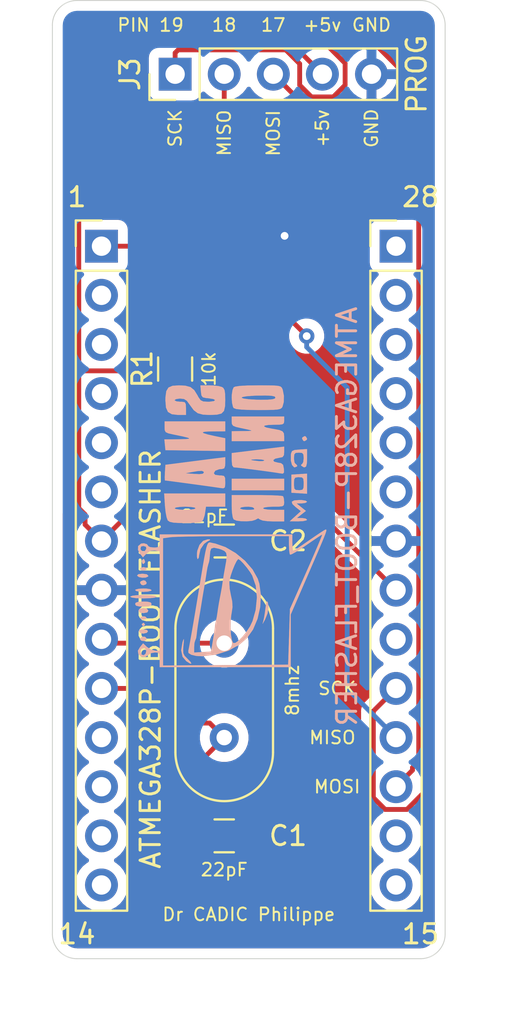
<source format=kicad_pcb>
(kicad_pcb (version 20171130) (host pcbnew "(5.1.0)-1")

  (general
    (thickness 1.6)
    (drawings 28)
    (tracks 71)
    (zones 0)
    (modules 8)
    (nets 9)
  )

  (page A4)
  (layers
    (0 F.Cu signal)
    (31 B.Cu signal)
    (32 B.Adhes user)
    (33 F.Adhes user)
    (34 B.Paste user)
    (35 F.Paste user)
    (36 B.SilkS user)
    (37 F.SilkS user)
    (38 B.Mask user)
    (39 F.Mask user)
    (40 Dwgs.User user)
    (41 Cmts.User user)
    (42 Eco1.User user)
    (43 Eco2.User user)
    (44 Edge.Cuts user)
    (45 Margin user)
    (46 B.CrtYd user)
    (47 F.CrtYd user)
    (48 B.Fab user)
    (49 F.Fab user)
  )

  (setup
    (last_trace_width 0.25)
    (trace_clearance 0.2)
    (zone_clearance 0.508)
    (zone_45_only no)
    (trace_min 0.2)
    (via_size 0.8)
    (via_drill 0.4)
    (via_min_size 0.4)
    (via_min_drill 0.3)
    (uvia_size 0.3)
    (uvia_drill 0.1)
    (uvias_allowed no)
    (uvia_min_size 0.2)
    (uvia_min_drill 0.1)
    (edge_width 0.05)
    (segment_width 0.2)
    (pcb_text_width 0.3)
    (pcb_text_size 1.5 1.5)
    (mod_edge_width 0.12)
    (mod_text_size 1 1)
    (mod_text_width 0.15)
    (pad_size 1.524 1.524)
    (pad_drill 0.762)
    (pad_to_mask_clearance 0.051)
    (solder_mask_min_width 0.25)
    (aux_axis_origin 0 0)
    (visible_elements 7FFFFFFF)
    (pcbplotparams
      (layerselection 0x010ff_ffffffff)
      (usegerberextensions false)
      (usegerberattributes false)
      (usegerberadvancedattributes false)
      (creategerberjobfile false)
      (excludeedgelayer true)
      (linewidth 0.100000)
      (plotframeref false)
      (viasonmask false)
      (mode 1)
      (useauxorigin false)
      (hpglpennumber 1)
      (hpglpenspeed 20)
      (hpglpendiameter 15.000000)
      (psnegative false)
      (psa4output false)
      (plotreference true)
      (plotvalue true)
      (plotinvisibletext false)
      (padsonsilk false)
      (subtractmaskfromsilk false)
      (outputformat 1)
      (mirror false)
      (drillshape 0)
      (scaleselection 1)
      (outputdirectory "gerber/"))
  )

  (net 0 "")
  (net 1 GND)
  (net 2 "Net-(C1-Pad1)")
  (net 3 "Net-(C2-Pad1)")
  (net 4 +5V)
  (net 5 "Net-(J1-Pad1)")
  (net 6 "Net-(J2-Pad17)")
  (net 7 "Net-(J2-Pad18)")
  (net 8 "Net-(J2-Pad19)")

  (net_class Default "This is the default net class."
    (clearance 0.2)
    (trace_width 0.25)
    (via_dia 0.8)
    (via_drill 0.4)
    (uvia_dia 0.3)
    (uvia_drill 0.1)
    (add_net +5V)
    (add_net GND)
    (add_net "Net-(C1-Pad1)")
    (add_net "Net-(C2-Pad1)")
    (add_net "Net-(J1-Pad1)")
    (add_net "Net-(J2-Pad17)")
    (add_net "Net-(J2-Pad18)")
    (add_net "Net-(J2-Pad19)")
  )

  (module 18650:SOALogo2 (layer B.Cu) (tedit 0) (tstamp 5D8B6B94)
    (at 123.4948 93.218 270)
    (fp_text reference G*** (at 0 0 270) (layer B.SilkS) hide
      (effects (font (size 1.524 1.524) (thickness 0.3)) (justify mirror))
    )
    (fp_text value LOGO (at 0.75 0 270) (layer B.SilkS) hide
      (effects (font (size 1.524 1.524) (thickness 0.3)) (justify mirror))
    )
    (fp_poly (pts (xy 6.742843 2.45759) (xy 6.970959 2.266219) (xy 7.091411 2.077614) (xy 7.097855 2.005625)
      (xy 7.004255 2.055982) (xy 6.843146 2.213798) (xy 6.695367 2.358591) (xy 6.554538 2.425198)
      (xy 6.354577 2.433487) (xy 6.165812 2.417438) (xy 5.921409 2.394996) (xy 5.831759 2.395712)
      (xy 5.883428 2.423072) (xy 5.998988 2.460724) (xy 6.410748 2.529565) (xy 6.742843 2.45759)) (layer B.SilkS) (width 0.01))
    (fp_poly (pts (xy 1.685545 1.687815) (xy 1.693334 1.674404) (xy 1.621423 1.622581) (xy 1.502834 1.607419)
      (xy 1.182165 1.534702) (xy 0.907717 1.34858) (xy 0.786084 1.183665) (xy 0.709955 1.043042)
      (xy 0.682651 1.048946) (xy 0.678582 1.160869) (xy 0.755015 1.394188) (xy 0.962629 1.582067)
      (xy 1.263975 1.694488) (xy 1.361818 1.708527) (xy 1.570547 1.71367) (xy 1.685545 1.687815)) (layer B.SilkS) (width 0.01))
    (fp_poly (pts (xy 6.547378 2.152494) (xy 6.638526 2.007024) (xy 6.699054 1.757034) (xy 6.716558 1.436222)
      (xy 6.633023 0.731564) (xy 6.424817 0.075799) (xy 6.106061 -0.496101) (xy 5.788097 -0.863046)
      (xy 5.337027 -1.183506) (xy 4.782722 -1.417056) (xy 4.17209 -1.555084) (xy 3.552043 -1.588975)
      (xy 2.969489 -1.510116) (xy 2.712255 -1.427831) (xy 2.236487 -1.161477) (xy 1.783934 -0.767245)
      (xy 1.501813 -0.424989) (xy 1.693334 -0.424989) (xy 1.756614 -0.526146) (xy 1.918242 -0.685806)
      (xy 2.135898 -0.868204) (xy 2.36726 -1.037573) (xy 2.547612 -1.146936) (xy 3.075191 -1.331014)
      (xy 3.680748 -1.390506) (xy 4.327297 -1.325154) (xy 4.90278 -1.163432) (xy 5.171938 -1.034317)
      (xy 5.44939 -0.85385) (xy 5.704819 -0.64914) (xy 5.90791 -0.447296) (xy 6.028343 -0.275429)
      (xy 6.035803 -0.160649) (xy 6.030707 -0.15484) (xy 5.877956 -0.0877) (xy 5.606725 -0.041857)
      (xy 5.26684 -0.019972) (xy 4.908126 -0.024701) (xy 4.580406 -0.058703) (xy 4.503262 -0.073341)
      (xy 4.17545 -0.121973) (xy 3.873767 -0.105184) (xy 3.579814 -0.041067) (xy 3.234773 0.024422)
      (xy 2.918463 0.043246) (xy 2.796264 0.032327) (xy 2.549692 -0.028812) (xy 2.269785 -0.123353)
      (xy 2.003184 -0.231958) (xy 1.796527 -0.335289) (xy 1.696454 -0.414008) (xy 1.693334 -0.424989)
      (xy 1.501813 -0.424989) (xy 1.3875 -0.286311) (xy 1.080089 0.240147) (xy 0.894605 0.770951)
      (xy 0.882341 0.835211) (xy 1.105672 0.835211) (xy 1.158399 0.580054) (xy 1.202342 0.450511)
      (xy 1.274893 0.291969) (xy 1.374979 0.202135) (xy 1.538204 0.173538) (xy 1.800174 0.198706)
      (xy 2.126277 0.256638) (xy 2.450662 0.315133) (xy 2.759826 0.365163) (xy 2.881147 0.382286)
      (xy 3.141523 0.422173) (xy 3.470242 0.480842) (xy 3.643147 0.514632) (xy 3.967471 0.575692)
      (xy 4.275719 0.626124) (xy 4.402667 0.643315) (xy 4.674447 0.684282) (xy 4.910667 0.733886)
      (xy 5.087136 0.773177) (xy 5.169746 0.781251) (xy 5.270401 0.790235) (xy 5.49307 0.821784)
      (xy 5.792934 0.869463) (xy 5.847079 0.878494) (xy 6.477 0.984264) (xy 6.502591 1.423465)
      (xy 6.528183 1.862667) (xy 6.241536 1.862667) (xy 6.030941 1.847543) (xy 5.903693 1.81073)
      (xy 5.898923 1.8067) (xy 5.780381 1.759847) (xy 5.609645 1.734448) (xy 5.407463 1.711787)
      (xy 5.105532 1.668348) (xy 4.783667 1.615963) (xy 4.447821 1.558731) (xy 4.146833 1.50861)
      (xy 3.953786 1.477692) (xy 3.741454 1.443569) (xy 3.438088 1.392692) (xy 3.191786 1.350353)
      (xy 2.855739 1.293542) (xy 2.539496 1.242753) (xy 2.370667 1.217479) (xy 2.13237 1.175447)
      (xy 1.955303 1.129761) (xy 1.947334 1.126807) (xy 1.850797 1.095638) (xy 1.722419 1.072621)
      (xy 1.511204 1.050361) (xy 1.291167 1.03163) (xy 1.148793 0.978313) (xy 1.105672 0.835211)
      (xy 0.882341 0.835211) (xy 0.875573 0.870672) (xy 0.856229 0.957432) (xy 0.839972 1.027447)
      (xy 0.842436 1.085126) (xy 0.879252 1.134878) (xy 0.966055 1.181113) (xy 1.118477 1.22824)
      (xy 1.352152 1.280667) (xy 1.682713 1.342806) (xy 2.125792 1.419065) (xy 2.697024 1.513852)
      (xy 3.41204 1.631579) (xy 3.8018 1.69602) (xy 4.442077 1.80303) (xy 5.02826 1.902686)
      (xy 5.539541 1.991316) (xy 5.955111 2.065249) (xy 6.25416 2.120815) (xy 6.41588 2.154343)
      (xy 6.43804 2.161085) (xy 6.547378 2.152494)) (layer B.SilkS) (width 0.01))
    (fp_poly (pts (xy 4.826 -1.803539) (xy 4.50693 -1.932432) (xy 4.178721 -1.982933) (xy 3.937385 -1.950731)
      (xy 3.87845 -1.908766) (xy 3.963735 -1.872962) (xy 4.191385 -1.839378) (xy 4.487099 -1.799417)
      (xy 4.745403 -1.754883) (xy 4.826 -1.737075) (xy 5.037667 -1.683599) (xy 4.826 -1.803539)) (layer B.SilkS) (width 0.01))
    (fp_poly (pts (xy 5.162207 4.507571) (xy 5.164667 4.487333) (xy 5.100238 4.405127) (xy 5.08 4.402667)
      (xy 4.997794 4.467096) (xy 4.995334 4.487333) (xy 5.059763 4.56954) (xy 5.08 4.572)
      (xy 5.162207 4.507571)) (layer B.SilkS) (width 0.01))
    (fp_poly (pts (xy 1.933005 4.526283) (xy 1.947334 4.487333) (xy 1.878757 4.412219) (xy 1.820334 4.402667)
      (xy 1.707662 4.448384) (xy 1.693334 4.487333) (xy 1.76191 4.562448) (xy 1.820334 4.572)
      (xy 1.933005 4.526283)) (layer B.SilkS) (width 0.01))
    (fp_poly (pts (xy 5.911743 4.585709) (xy 5.926667 4.487333) (xy 5.88199 4.343263) (xy 5.782581 4.33193)
      (xy 5.715 4.402667) (xy 5.70459 4.542771) (xy 5.797282 4.646467) (xy 5.846997 4.656667)
      (xy 5.911743 4.585709)) (layer B.SilkS) (width 0.01))
    (fp_poly (pts (xy 4.810124 4.585754) (xy 4.826 4.487333) (xy 4.790544 4.349753) (xy 4.741334 4.318)
      (xy 4.672543 4.388913) (xy 4.656667 4.487333) (xy 4.692123 4.624914) (xy 4.741334 4.656667)
      (xy 4.810124 4.585754)) (layer B.SilkS) (width 0.01))
    (fp_poly (pts (xy 3.024428 4.586081) (xy 3.048 4.487333) (xy 2.995061 4.349429) (xy 2.921 4.318)
      (xy 2.817572 4.388586) (xy 2.794 4.487333) (xy 2.84694 4.625238) (xy 2.921 4.656667)
      (xy 3.024428 4.586081)) (layer B.SilkS) (width 0.01))
    (fp_poly (pts (xy 2.270124 4.585754) (xy 2.286 4.487333) (xy 2.250544 4.349753) (xy 2.201334 4.318)
      (xy 2.132543 4.388913) (xy 2.116667 4.487333) (xy 2.152123 4.624914) (xy 2.201334 4.656667)
      (xy 2.270124 4.585754)) (layer B.SilkS) (width 0.01))
    (fp_poly (pts (xy 5.522477 4.618116) (xy 5.545667 4.487333) (xy 5.505755 4.319761) (xy 5.439834 4.2545)
      (xy 5.359545 4.298558) (xy 5.334 4.487333) (xy 5.361956 4.681412) (xy 5.439834 4.720167)
      (xy 5.522477 4.618116)) (layer B.SilkS) (width 0.01))
    (fp_poly (pts (xy 4.46116 4.665605) (xy 4.487334 4.487333) (xy 4.449469 4.285681) (xy 4.360334 4.233333)
      (xy 4.259507 4.309062) (xy 4.233334 4.487333) (xy 4.271198 4.688986) (xy 4.360334 4.741333)
      (xy 4.46116 4.665605)) (layer B.SilkS) (width 0.01))
    (fp_poly (pts (xy 2.553165 4.807501) (xy 2.62537 4.713834) (xy 2.657036 4.541646) (xy 2.647169 4.36201)
      (xy 2.594781 4.245999) (xy 2.561167 4.233327) (xy 2.485465 4.310758) (xy 2.455432 4.521029)
      (xy 2.455334 4.536722) (xy 2.478998 4.745855) (xy 2.545558 4.809456) (xy 2.553165 4.807501)) (layer B.SilkS) (width 0.01))
    (fp_poly (pts (xy 4.101532 4.865347) (xy 4.14054 4.70844) (xy 4.148667 4.487333) (xy 4.135071 4.221115)
      (xy 4.087999 4.091089) (xy 4.021667 4.064) (xy 3.941801 4.10932) (xy 3.902794 4.266227)
      (xy 3.894667 4.487333) (xy 3.908263 4.753552) (xy 3.955335 4.883578) (xy 4.021667 4.910667)
      (xy 4.101532 4.865347)) (layer B.SilkS) (width 0.01))
    (fp_poly (pts (xy 3.350298 4.83452) (xy 3.380953 4.639825) (xy 3.386667 4.487333) (xy 3.371437 4.245846)
      (xy 3.332498 4.092569) (xy 3.302 4.064) (xy 3.253703 4.140147) (xy 3.223047 4.334842)
      (xy 3.217334 4.487333) (xy 3.232563 4.728821) (xy 3.271502 4.882098) (xy 3.302 4.910667)
      (xy 3.350298 4.83452)) (layer B.SilkS) (width 0.01))
    (fp_poly (pts (xy 3.682596 5.085451) (xy 3.71206 4.869181) (xy 3.725051 4.547926) (xy 3.725334 4.487333)
      (xy 3.715431 4.151901) (xy 3.688398 3.916187) (xy 3.648241 3.812258) (xy 3.640667 3.81)
      (xy 3.598738 3.889216) (xy 3.569273 4.105486) (xy 3.556282 4.426741) (xy 3.556 4.487333)
      (xy 3.565902 4.822766) (xy 3.592936 5.05848) (xy 3.633093 5.162409) (xy 3.640667 5.164667)
      (xy 3.682596 5.085451)) (layer B.SilkS) (width 0.01))
    (fp_poly (pts (xy -1.0614 3.36838) (xy -0.735598 3.334662) (xy -0.466345 3.283626) (xy -0.30728 3.225726)
      (xy -0.2994 3.219879) (xy -0.231715 3.117682) (xy -0.19084 2.927532) (xy -0.172019 2.618251)
      (xy -0.169333 2.367225) (xy -0.174774 2.015692) (xy -0.189288 1.720204) (xy -0.210162 1.528379)
      (xy -0.219166 1.492655) (xy -0.332694 1.396516) (xy -0.561457 1.321383) (xy -0.642499 1.306783)
      (xy -1.016 1.250773) (xy -1.016 0.254) (xy -1.693333 0.254) (xy -1.693333 2.328333)
      (xy -1.016 2.328333) (xy -1.004037 2.040751) (xy -0.972348 1.843857) (xy -0.931333 1.778)
      (xy -0.88709 1.855758) (xy -0.856798 2.06174) (xy -0.846666 2.328333) (xy -0.858629 2.615916)
      (xy -0.890319 2.81281) (xy -0.931333 2.878667) (xy -0.975577 2.800909) (xy -1.005868 2.594927)
      (xy -1.016 2.328333) (xy -1.693333 2.328333) (xy -1.693333 3.408935) (xy -1.0614 3.36838)) (layer B.SilkS) (width 0.01))
    (fp_poly (pts (xy -2.393616 3.374787) (xy -2.370666 3.366467) (xy -2.359779 3.269179) (xy -2.330222 3.038483)
      (xy -2.286655 2.70869) (xy -2.233736 2.31411) (xy -2.176124 1.889054) (xy -2.118477 1.467832)
      (xy -2.065455 1.084756) (xy -2.021715 0.774136) (xy -1.991917 0.570283) (xy -1.985421 0.529167)
      (xy -1.965131 0.353784) (xy -2.011046 0.275298) (xy -2.165194 0.254738) (xy -2.282163 0.254)
      (xy -2.500602 0.262683) (xy -2.598296 0.316737) (xy -2.623801 0.458174) (xy -2.624666 0.550333)
      (xy -2.655951 0.776456) (xy -2.742608 0.846667) (xy -2.874547 0.770206) (xy -2.951495 0.566104)
      (xy -2.963333 0.416409) (xy -2.998534 0.304723) (xy -3.133052 0.259238) (xy -3.265759 0.254)
      (xy -3.568184 0.254) (xy -3.5077 0.740833) (xy -3.472477 1.021269) (xy -3.422487 1.415296)
      (xy -3.417173 1.456939) (xy -2.865871 1.456939) (xy -2.822791 1.367277) (xy -2.772833 1.354551)
      (xy -2.712188 1.409674) (xy -2.691837 1.590159) (xy -2.702503 1.841385) (xy -2.738005 2.328333)
      (xy -2.803457 1.989667) (xy -2.858994 1.655448) (xy -2.865871 1.456939) (xy -3.417173 1.456939)
      (xy -3.364646 1.868564) (xy -3.311107 2.286) (xy -3.175 3.344333) (xy -2.772833 3.370139)
      (xy -2.538591 3.379616) (xy -2.393616 3.374787)) (layer B.SilkS) (width 0.01))
    (fp_poly (pts (xy -4.212166 3.370865) (xy -3.937 3.344333) (xy -3.913923 1.799167) (xy -3.890847 0.254)
      (xy -4.548862 0.254) (xy -4.657426 0.783167) (xy -4.743629 1.165335) (xy -4.811231 1.379481)
      (xy -4.860694 1.425839) (xy -4.89248 1.304642) (xy -4.907051 1.016126) (xy -4.908092 0.910167)
      (xy -4.910666 0.254) (xy -5.418666 0.254) (xy -5.418666 3.386667) (xy -5.128336 3.386667)
      (xy -4.964516 3.378684) (xy -4.867745 3.328283) (xy -4.806416 3.195781) (xy -4.748923 2.941499)
      (xy -4.740564 2.899833) (xy -4.651939 2.472669) (xy -4.587596 2.208495) (xy -4.543608 2.103336)
      (xy -4.516048 2.153214) (xy -4.500986 2.354155) (xy -4.494969 2.651198) (xy -4.487333 3.397396)
      (xy -4.212166 3.370865)) (layer B.SilkS) (width 0.01))
    (fp_poly (pts (xy -6.138124 3.316017) (xy -5.912039 3.214223) (xy -5.794201 3.013684) (xy -5.757571 2.689134)
      (xy -5.757333 2.650818) (xy -5.757333 2.286) (xy -6.096 2.286) (xy -6.312836 2.294971)
      (xy -6.409199 2.350363) (xy -6.433909 2.494893) (xy -6.434666 2.582333) (xy -6.455932 2.778201)
      (xy -6.508222 2.876107) (xy -6.519333 2.878667) (xy -6.575375 2.804257) (xy -6.603298 2.621371)
      (xy -6.604 2.583396) (xy -6.581183 2.381819) (xy -6.485812 2.235058) (xy -6.277505 2.08203)
      (xy -6.268974 2.076632) (xy -6.002429 1.880281) (xy -5.84629 1.67305) (xy -5.773624 1.401333)
      (xy -5.757333 1.058333) (xy -5.770702 0.684459) (xy -5.830377 0.448086) (xy -5.965708 0.318232)
      (xy -6.206045 0.263917) (xy -6.519333 0.254) (xy -6.841508 0.261383) (xy -7.036394 0.290277)
      (xy -7.145651 0.350799) (xy -7.193688 0.417767) (xy -7.242869 0.592284) (xy -7.274669 0.863724)
      (xy -7.281333 1.057878) (xy -7.281333 1.534222) (xy -6.963833 1.507944) (xy -6.763849 1.480908)
      (xy -6.667788 1.410061) (xy -6.630353 1.244494) (xy -6.620298 1.121833) (xy -6.579916 0.865402)
      (xy -6.521752 0.771602) (xy -6.466811 0.838232) (xy -6.436099 1.063092) (xy -6.434666 1.141279)
      (xy -6.446951 1.38393) (xy -6.512101 1.527155) (xy -6.672559 1.640542) (xy -6.770502 1.691889)
      (xy -7.035822 1.857574) (xy -7.192305 2.051689) (xy -7.265506 2.322216) (xy -7.281333 2.651067)
      (xy -7.258361 2.979644) (xy -7.169885 3.186806) (xy -6.98656 3.298571) (xy -6.679046 3.340958)
      (xy -6.499495 3.344333) (xy -6.138124 3.316017)) (layer B.SilkS) (width 0.01))
    (fp_poly (pts (xy -0.704075 -0.099518) (xy -0.460126 -0.139467) (xy -0.3556 -0.186267) (xy -0.294254 -0.334912)
      (xy -0.262026 -0.586378) (xy -0.258915 -0.876676) (xy -0.284921 -1.141817) (xy -0.340045 -1.317809)
      (xy -0.3556 -1.337733) (xy -0.413605 -1.452947) (xy -0.3556 -1.540933) (xy -0.300187 -1.680507)
      (xy -0.264187 -1.942884) (xy -0.254 -2.218266) (xy -0.254 -2.794) (xy -0.846666 -2.794)
      (xy -0.846666 -2.243667) (xy -0.858629 -1.956084) (xy -0.890319 -1.75919) (xy -0.931333 -1.693333)
      (xy -0.975577 -1.771091) (xy -1.005868 -1.977073) (xy -1.016 -2.243667) (xy -1.018954 -2.539272)
      (xy -1.03896 -2.70389) (xy -1.092732 -2.775865) (xy -1.196985 -2.793543) (xy -1.255889 -2.794)
      (xy -1.449797 -2.775867) (xy -1.552222 -2.737555) (xy -1.571752 -2.637431) (xy -1.588354 -2.398629)
      (xy -1.60075 -2.051796) (xy -1.607662 -1.627579) (xy -1.608666 -1.382889) (xy -1.608666 -0.965612)
      (xy -1.014245 -0.965612) (xy -0.991794 -1.143954) (xy -0.959555 -1.213555) (xy -0.893787 -1.260738)
      (xy -0.859917 -1.212574) (xy -0.847772 -1.039822) (xy -0.846666 -0.889) (xy -0.863483 -0.66178)
      (xy -0.90603 -0.525482) (xy -0.931333 -0.508) (xy -0.981351 -0.581043) (xy -1.009876 -0.755777)
      (xy -1.014245 -0.965612) (xy -1.608666 -0.965612) (xy -1.608666 -0.084667) (xy -1.032933 -0.084667)
      (xy -0.704075 -0.099518)) (layer B.SilkS) (width 0.01))
    (fp_poly (pts (xy -1.862666 -2.794) (xy -2.455333 -2.794) (xy -2.455333 -0.084667) (xy -1.862666 -0.084667)
      (xy -1.862666 -2.794)) (layer B.SilkS) (width 0.01))
    (fp_poly (pts (xy -3.15223 -0.108782) (xy -3.04948 -0.180688) (xy -3.048 -0.194017) (xy -3.037077 -0.331363)
      (xy -3.00781 -0.59571) (xy -2.965449 -0.946375) (xy -2.915244 -1.342679) (xy -2.862446 -1.74394)
      (xy -2.812305 -2.109477) (xy -2.770071 -2.398608) (xy -2.741719 -2.56713) (xy -2.721848 -2.727442)
      (xy -2.781933 -2.785455) (xy -2.964925 -2.779895) (xy -2.976463 -2.778797) (xy -3.173512 -2.739426)
      (xy -3.259406 -2.635078) (xy -3.286581 -2.47136) (xy -3.337918 -2.274409) (xy -3.418495 -2.229149)
      (xy -3.49737 -2.328994) (xy -3.540198 -2.525353) (xy -3.578549 -2.711661) (xy -3.681125 -2.783594)
      (xy -3.840733 -2.794) (xy -4.114737 -2.794) (xy -3.948504 -1.439333) (xy -3.940712 -1.375833)
      (xy -3.464649 -1.375833) (xy -3.455776 -1.610251) (xy -3.425698 -1.755198) (xy -3.403668 -1.778)
      (xy -3.367674 -1.703829) (xy -3.362789 -1.519723) (xy -3.367471 -1.4605) (xy -3.401204 -1.183585)
      (xy -3.430013 -1.069495) (xy -3.451659 -1.120181) (xy -3.463903 -1.337591) (xy -3.464649 -1.375833)
      (xy -3.940712 -1.375833) (xy -3.782271 -0.084667) (xy -3.415136 -0.084667) (xy -3.15223 -0.108782)) (layer B.SilkS) (width 0.01))
    (fp_poly (pts (xy -5.283302 -0.09665) (xy -5.19629 -0.159029) (xy -5.135366 -0.311445) (xy -5.07671 -0.5715)
      (xy -5.005433 -0.910171) (xy -4.960429 -1.0862) (xy -4.935147 -1.103066) (xy -4.923038 -0.964249)
      (xy -4.917552 -0.673229) (xy -4.917351 -0.656167) (xy -4.910666 -0.084667) (xy -4.402666 -0.084667)
      (xy -4.402666 -2.794) (xy -4.647608 -2.794) (xy -4.803646 -2.778688) (xy -4.903907 -2.709355)
      (xy -4.970453 -2.550901) (xy -5.025348 -2.268228) (xy -5.040625 -2.168783) (xy -5.099661 -1.876608)
      (xy -5.158327 -1.750771) (xy -5.208243 -1.788464) (xy -5.241028 -1.986882) (xy -5.249333 -2.23867)
      (xy -5.252966 -2.536159) (xy -5.273544 -2.702421) (xy -5.325584 -2.775544) (xy -5.423603 -2.793617)
      (xy -5.461 -2.794) (xy -5.672666 -2.794) (xy -5.672666 -0.084667) (xy -5.424738 -0.084667)
      (xy -5.283302 -0.09665)) (layer B.SilkS) (width 0.01))
    (fp_poly (pts (xy -6.377636 -0.103527) (xy -6.17366 -0.151593) (xy -6.112933 -0.186267) (xy -6.06503 -0.315742)
      (xy -6.032558 -0.596803) (xy -6.01501 -1.035758) (xy -6.011333 -1.453288) (xy -6.013188 -1.921922)
      (xy -6.021211 -2.249472) (xy -6.039094 -2.464168) (xy -6.070524 -2.594241) (xy -6.119192 -2.667921)
      (xy -6.1751 -2.706354) (xy -6.426881 -2.775015) (xy -6.748374 -2.779882) (xy -7.05242 -2.720924)
      (xy -7.090833 -2.706695) (xy -7.166601 -2.669093) (xy -7.219049 -2.609017) (xy -7.25246 -2.498416)
      (xy -7.271117 -2.30924) (xy -7.279302 -2.013438) (xy -7.280197 -1.820424) (xy -6.762678 -1.820424)
      (xy -6.748685 -2.136455) (xy -6.711573 -2.308576) (xy -6.649357 -2.348957) (xy -6.597993 -2.31386)
      (xy -6.561695 -2.192936) (xy -6.539474 -1.939467) (xy -6.533775 -1.58984) (xy -6.537269 -1.410271)
      (xy -6.560963 -0.975729) (xy -6.597425 -0.700555) (xy -6.640664 -0.58645) (xy -6.684684 -0.635115)
      (xy -6.723494 -0.848251) (xy -6.751099 -1.22756) (xy -6.75554 -1.348315) (xy -6.762678 -1.820424)
      (xy -7.280197 -1.820424) (xy -7.281299 -1.58296) (xy -7.281333 -1.458995) (xy -7.274287 -0.901427)
      (xy -7.252806 -0.506151) (xy -7.216373 -0.266697) (xy -7.179733 -0.186267) (xy -7.040793 -0.127481)
      (xy -6.799828 -0.090796) (xy -6.646333 -0.084667) (xy -6.377636 -0.103527)) (layer B.SilkS) (width 0.01))
    (fp_poly (pts (xy -0.256482 -3.534833) (xy -0.269636 -3.783143) (xy -0.306086 -3.944481) (xy -0.338666 -3.979333)
      (xy -0.397112 -3.905509) (xy -0.423238 -3.726555) (xy -0.423333 -3.713915) (xy -0.423333 -3.448497)
      (xy -0.608127 -3.683424) (xy -0.792921 -3.918352) (xy -0.988706 -3.673676) (xy -1.184492 -3.429)
      (xy -1.184913 -3.704167) (xy -1.207978 -3.891464) (xy -1.263596 -3.978548) (xy -1.27 -3.979333)
      (xy -1.320772 -3.90372) (xy -1.350993 -3.712674) (xy -1.354666 -3.60333) (xy -1.33371 -3.317499)
      (xy -1.267203 -3.193113) (xy -1.149689 -3.227098) (xy -0.990019 -3.397914) (xy -0.781162 -3.664784)
      (xy -0.520063 -3.377559) (xy -0.258964 -3.090333) (xy -0.256482 -3.534833)) (layer B.SilkS) (width 0.01))
    (fp_poly (pts (xy -1.709861 -3.577167) (xy -1.684055 -3.979333) (xy -2.718611 -3.979333) (xy -2.692805 -3.577167)
      (xy -2.691447 -3.556) (xy -2.54 -3.556) (xy -2.526626 -3.718867) (xy -2.454154 -3.791268)
      (xy -2.274055 -3.809599) (xy -2.201333 -3.81) (xy -1.984178 -3.79997) (xy -1.887643 -3.745615)
      (xy -1.863201 -3.610541) (xy -1.862666 -3.556) (xy -1.87604 -3.393133) (xy -1.948513 -3.320732)
      (xy -2.128611 -3.302401) (xy -2.201333 -3.302) (xy -2.418489 -3.31203) (xy -2.515024 -3.366385)
      (xy -2.539466 -3.501458) (xy -2.54 -3.556) (xy -2.691447 -3.556) (xy -2.667 -3.175)
      (xy -1.735666 -3.175) (xy -1.709861 -3.577167)) (layer B.SilkS) (width 0.01))
    (fp_poly (pts (xy -3.170022 -3.203929) (xy -3.05449 -3.309425) (xy -3.048 -3.345946) (xy -3.094228 -3.457579)
      (xy -3.132666 -3.471333) (xy -3.214873 -3.406904) (xy -3.217333 -3.386667) (xy -3.291762 -3.330704)
      (xy -3.474777 -3.302731) (xy -3.513666 -3.302) (xy -3.712761 -3.316159) (xy -3.794422 -3.387979)
      (xy -3.81 -3.556) (xy -3.79348 -3.726653) (xy -3.70969 -3.796647) (xy -3.513666 -3.81)
      (xy -3.317818 -3.787485) (xy -3.2199 -3.73212) (xy -3.217333 -3.720336) (xy -3.165463 -3.66977)
      (xy -3.132666 -3.683) (xy -3.054762 -3.805502) (xy -3.048 -3.85733) (xy -3.094609 -3.931469)
      (xy -3.253826 -3.969588) (xy -3.518305 -3.979333) (xy -3.988611 -3.979333) (xy -3.962805 -3.577167)
      (xy -3.938237 -3.332297) (xy -3.885836 -3.208874) (xy -3.775667 -3.159023) (xy -3.693936 -3.147222)
      (xy -3.397405 -3.145482) (xy -3.170022 -3.203929)) (layer B.SilkS) (width 0.01))
    (fp_poly (pts (xy -4.417418 -3.793106) (xy -4.402666 -3.852333) (xy -4.470439 -3.964582) (xy -4.529666 -3.979333)
      (xy -4.641915 -3.91156) (xy -4.656666 -3.852333) (xy -4.588894 -3.740085) (xy -4.529666 -3.725333)
      (xy -4.417418 -3.793106)) (layer B.SilkS) (width 0.01))
    (fp_poly (pts (xy 6.593621 4.746408) (xy 6.611862 4.737126) (xy 6.749194 4.584723) (xy 6.753444 4.388136)
      (xy 6.646334 4.233333) (xy 6.552395 4.075262) (xy 6.519334 3.8843) (xy 6.531317 3.734413)
      (xy 6.597849 3.663416) (xy 6.764805 3.641973) (xy 6.900334 3.640667) (xy 7.281334 3.640667)
      (xy 7.281334 -3.132667) (xy 4.565094 -3.132667) (xy 2.420558 -4.064) (xy 1.770777 -4.345917)
      (xy 1.259615 -4.566614) (xy 0.870484 -4.732574) (xy 0.586795 -4.850281) (xy 0.391957 -4.926219)
      (xy 0.269383 -4.966874) (xy 0.202482 -4.978729) (xy 0.174667 -4.968268) (xy 0.169334 -4.943942)
      (xy 0.214979 -4.858038) (xy 0.272139 -4.768403) (xy 0.423334 -4.768403) (xy 0.497142 -4.746311)
      (xy 0.704756 -4.663735) (xy 1.02546 -4.529447) (xy 1.438537 -4.352222) (xy 1.923271 -4.140832)
      (xy 2.3495 -3.952675) (xy 4.275667 -3.098008) (xy 5.715 -3.051837) (xy 7.154334 -3.005667)
      (xy 7.176506 0.232833) (xy 7.198679 3.471333) (xy 0.615683 3.471333) (xy 0.561842 3.078516)
      (xy 0.548926 2.900359) (xy 0.537122 2.57607) (xy 0.526813 2.128849) (xy 0.518383 1.581897)
      (xy 0.512214 0.958414) (xy 0.508691 0.2816) (xy 0.508 -0.18115) (xy 0.508 -3.048)
      (xy 0.959556 -3.048) (xy 1.222568 -3.057445) (xy 1.410629 -3.081679) (xy 1.46548 -3.102368)
      (xy 1.441727 -3.188992) (xy 1.336133 -3.383118) (xy 1.166131 -3.655069) (xy 0.971591 -3.9431)
      (xy 0.753434 -4.259236) (xy 0.576441 -4.521876) (xy 0.460094 -4.701695) (xy 0.423334 -4.768403)
      (xy 0.272139 -4.768403) (xy 0.338906 -4.663705) (xy 0.521602 -4.390756) (xy 0.719667 -4.10321)
      (xy 0.938445 -3.785417) (xy 1.116007 -3.519877) (xy 1.232857 -3.336263) (xy 1.27 -3.265601)
      (xy 1.193805 -3.238059) (xy 0.999 -3.220584) (xy 0.846667 -3.217333) (xy 0.423334 -3.217333)
      (xy 0.423334 3.640667) (xy 0.762 3.640667) (xy 0.978836 3.649638) (xy 1.0752 3.70503)
      (xy 1.09991 3.849559) (xy 1.100667 3.937) (xy 1.081669 4.1329) (xy 1.034959 4.230786)
      (xy 1.025059 4.233334) (xy 0.929485 4.304018) (xy 0.881197 4.46253) (xy 0.8841 4.487333)
      (xy 1.016 4.487333) (xy 1.058852 4.348373) (xy 1.164167 4.334118) (xy 1.290126 4.417604)
      (xy 1.312334 4.487333) (xy 1.241949 4.606882) (xy 1.164167 4.640549) (xy 1.044155 4.611097)
      (xy 1.016 4.487333) (xy 0.8841 4.487333) (xy 0.898204 4.607787) (xy 1.026513 4.755461)
      (xy 1.221168 4.76491) (xy 1.401174 4.66851) (xy 1.601973 4.510562) (xy 1.408444 4.328751)
      (xy 1.263116 4.120425) (xy 1.252067 3.893803) (xy 1.289219 3.640667) (xy 6.434667 3.640667)
      (xy 6.434667 3.868043) (xy 6.377274 4.091525) (xy 6.244167 4.298569) (xy 6.096304 4.456251)
      (xy 6.288875 4.456251) (xy 6.306005 4.405356) (xy 6.429723 4.334978) (xy 6.582668 4.367631)
      (xy 6.667525 4.466122) (xy 6.63764 4.575758) (xy 6.514617 4.635949) (xy 6.373284 4.618701)
      (xy 6.334753 4.59062) (xy 6.288875 4.456251) (xy 6.096304 4.456251) (xy 6.053667 4.501718)
      (xy 6.252029 4.66263) (xy 6.434168 4.768915) (xy 6.593621 4.746408)) (layer B.SilkS) (width 0.01))
  )

  (module Capacitors_SMD:C_0805_HandSoldering (layer F.Cu) (tedit 58AA84A8) (tstamp 5D8B358F)
    (at 123.19 109.22)
    (descr "Capacitor SMD 0805, hand soldering")
    (tags "capacitor 0805")
    (path /5D8E3913)
    (attr smd)
    (fp_text reference C1 (at 3.302 0) (layer F.SilkS)
      (effects (font (size 1 1) (thickness 0.15)))
    )
    (fp_text value 22pF (at 0 1.75) (layer F.SilkS)
      (effects (font (size 0.66 0.66) (thickness 0.1)))
    )
    (fp_line (start 2.25 0.87) (end -2.25 0.87) (layer F.CrtYd) (width 0.05))
    (fp_line (start 2.25 0.87) (end 2.25 -0.88) (layer F.CrtYd) (width 0.05))
    (fp_line (start -2.25 -0.88) (end -2.25 0.87) (layer F.CrtYd) (width 0.05))
    (fp_line (start -2.25 -0.88) (end 2.25 -0.88) (layer F.CrtYd) (width 0.05))
    (fp_line (start -0.5 0.85) (end 0.5 0.85) (layer F.SilkS) (width 0.12))
    (fp_line (start 0.5 -0.85) (end -0.5 -0.85) (layer F.SilkS) (width 0.12))
    (fp_line (start -1 -0.62) (end 1 -0.62) (layer F.Fab) (width 0.1))
    (fp_line (start 1 -0.62) (end 1 0.62) (layer F.Fab) (width 0.1))
    (fp_line (start 1 0.62) (end -1 0.62) (layer F.Fab) (width 0.1))
    (fp_line (start -1 0.62) (end -1 -0.62) (layer F.Fab) (width 0.1))
    (fp_text user %R (at 0 -1.75) (layer F.Fab)
      (effects (font (size 1 1) (thickness 0.15)))
    )
    (pad 2 smd rect (at 1.25 0) (size 1.5 1.25) (layers F.Cu F.Paste F.Mask)
      (net 1 GND))
    (pad 1 smd rect (at -1.25 0) (size 1.5 1.25) (layers F.Cu F.Paste F.Mask)
      (net 2 "Net-(C1-Pad1)"))
    (model Capacitors_SMD.3dshapes/C_0805.wrl
      (at (xyz 0 0 0))
      (scale (xyz 1 1 1))
      (rotate (xyz 0 0 0))
    )
  )

  (module Capacitors_SMD:C_0805_HandSoldering (layer F.Cu) (tedit 58AA84A8) (tstamp 5D8B35A0)
    (at 123.19 93.98 180)
    (descr "Capacitor SMD 0805, hand soldering")
    (tags "capacitor 0805")
    (path /5D8E4237)
    (attr smd)
    (fp_text reference C2 (at -3.302 0 180) (layer F.SilkS)
      (effects (font (size 1 1) (thickness 0.15)))
    )
    (fp_text value 22pF (at 1.016 1.27 180) (layer F.SilkS)
      (effects (font (size 0.66 0.66) (thickness 0.1)))
    )
    (fp_text user %R (at 0 -1.75 180) (layer F.Fab)
      (effects (font (size 1 1) (thickness 0.15)))
    )
    (fp_line (start -1 0.62) (end -1 -0.62) (layer F.Fab) (width 0.1))
    (fp_line (start 1 0.62) (end -1 0.62) (layer F.Fab) (width 0.1))
    (fp_line (start 1 -0.62) (end 1 0.62) (layer F.Fab) (width 0.1))
    (fp_line (start -1 -0.62) (end 1 -0.62) (layer F.Fab) (width 0.1))
    (fp_line (start 0.5 -0.85) (end -0.5 -0.85) (layer F.SilkS) (width 0.12))
    (fp_line (start -0.5 0.85) (end 0.5 0.85) (layer F.SilkS) (width 0.12))
    (fp_line (start -2.25 -0.88) (end 2.25 -0.88) (layer F.CrtYd) (width 0.05))
    (fp_line (start -2.25 -0.88) (end -2.25 0.87) (layer F.CrtYd) (width 0.05))
    (fp_line (start 2.25 0.87) (end 2.25 -0.88) (layer F.CrtYd) (width 0.05))
    (fp_line (start 2.25 0.87) (end -2.25 0.87) (layer F.CrtYd) (width 0.05))
    (pad 1 smd rect (at -1.25 0 180) (size 1.5 1.25) (layers F.Cu F.Paste F.Mask)
      (net 3 "Net-(C2-Pad1)"))
    (pad 2 smd rect (at 1.25 0 180) (size 1.5 1.25) (layers F.Cu F.Paste F.Mask)
      (net 1 GND))
    (model Capacitors_SMD.3dshapes/C_0805.wrl
      (at (xyz 0 0 0))
      (scale (xyz 1 1 1))
      (rotate (xyz 0 0 0))
    )
  )

  (module Socket_Strips:Socket_Strip_Straight_1x14_Pitch2.54mm (layer F.Cu) (tedit 58CD5446) (tstamp 5D8B35C1)
    (at 116.84 78.74)
    (descr "Through hole straight socket strip, 1x14, 2.54mm pitch, single row")
    (tags "Through hole socket strip THT 1x14 2.54mm single row")
    (path /5D8B2D18)
    (fp_text reference J1 (at 0 -2.33) (layer F.SilkS) hide
      (effects (font (size 1 1) (thickness 0.15)))
    )
    (fp_text value Conn_01x14_Female (at 7.62 38.1) (layer F.Fab)
      (effects (font (size 1 1) (thickness 0.15)))
    )
    (fp_text user %R (at -3.81 -2.54) (layer F.Fab)
      (effects (font (size 1 1) (thickness 0.15)))
    )
    (fp_line (start 1.8 -1.8) (end -1.8 -1.8) (layer F.CrtYd) (width 0.05))
    (fp_line (start 1.8 34.8) (end 1.8 -1.8) (layer F.CrtYd) (width 0.05))
    (fp_line (start -1.8 34.8) (end 1.8 34.8) (layer F.CrtYd) (width 0.05))
    (fp_line (start -1.8 -1.8) (end -1.8 34.8) (layer F.CrtYd) (width 0.05))
    (fp_line (start -1.33 -1.33) (end 0 -1.33) (layer F.SilkS) (width 0.12))
    (fp_line (start -1.33 0) (end -1.33 -1.33) (layer F.SilkS) (width 0.12))
    (fp_line (start 1.33 1.27) (end -1.33 1.27) (layer F.SilkS) (width 0.12))
    (fp_line (start 1.33 34.35) (end 1.33 1.27) (layer F.SilkS) (width 0.12))
    (fp_line (start -1.33 34.35) (end 1.33 34.35) (layer F.SilkS) (width 0.12))
    (fp_line (start -1.33 1.27) (end -1.33 34.35) (layer F.SilkS) (width 0.12))
    (fp_line (start 1.27 -1.27) (end -1.27 -1.27) (layer F.Fab) (width 0.1))
    (fp_line (start 1.27 34.29) (end 1.27 -1.27) (layer F.Fab) (width 0.1))
    (fp_line (start -1.27 34.29) (end 1.27 34.29) (layer F.Fab) (width 0.1))
    (fp_line (start -1.27 -1.27) (end -1.27 34.29) (layer F.Fab) (width 0.1))
    (pad 14 thru_hole oval (at 0 33.02) (size 1.7 1.7) (drill 1) (layers *.Cu *.Mask))
    (pad 13 thru_hole oval (at 0 30.48) (size 1.7 1.7) (drill 1) (layers *.Cu *.Mask))
    (pad 12 thru_hole oval (at 0 27.94) (size 1.7 1.7) (drill 1) (layers *.Cu *.Mask))
    (pad 11 thru_hole oval (at 0 25.4) (size 1.7 1.7) (drill 1) (layers *.Cu *.Mask))
    (pad 10 thru_hole oval (at 0 22.86) (size 1.7 1.7) (drill 1) (layers *.Cu *.Mask)
      (net 2 "Net-(C1-Pad1)"))
    (pad 9 thru_hole oval (at 0 20.32) (size 1.7 1.7) (drill 1) (layers *.Cu *.Mask)
      (net 3 "Net-(C2-Pad1)"))
    (pad 8 thru_hole oval (at 0 17.78) (size 1.7 1.7) (drill 1) (layers *.Cu *.Mask)
      (net 1 GND))
    (pad 7 thru_hole oval (at 0 15.24) (size 1.7 1.7) (drill 1) (layers *.Cu *.Mask)
      (net 4 +5V))
    (pad 6 thru_hole oval (at 0 12.7) (size 1.7 1.7) (drill 1) (layers *.Cu *.Mask))
    (pad 5 thru_hole oval (at 0 10.16) (size 1.7 1.7) (drill 1) (layers *.Cu *.Mask))
    (pad 4 thru_hole oval (at 0 7.62) (size 1.7 1.7) (drill 1) (layers *.Cu *.Mask))
    (pad 3 thru_hole oval (at 0 5.08) (size 1.7 1.7) (drill 1) (layers *.Cu *.Mask))
    (pad 2 thru_hole oval (at 0 2.54) (size 1.7 1.7) (drill 1) (layers *.Cu *.Mask))
    (pad 1 thru_hole rect (at 0 0) (size 1.7 1.7) (drill 1) (layers *.Cu *.Mask)
      (net 5 "Net-(J1-Pad1)"))
    (model ${KISYS3DMOD}/Socket_Strips.3dshapes/Socket_Strip_Straight_1x14_Pitch2.54mm.wrl
      (offset (xyz 0 -16.50999975204468 0))
      (scale (xyz 1 1 1))
      (rotate (xyz 0 0 270))
    )
  )

  (module Socket_Strips:Socket_Strip_Straight_1x05_Pitch2.54mm (layer F.Cu) (tedit 58CD5446) (tstamp 5D8B35FA)
    (at 120.65 69.85 90)
    (descr "Through hole straight socket strip, 1x05, 2.54mm pitch, single row")
    (tags "Through hole socket strip THT 1x05 2.54mm single row")
    (path /5D8EC03F)
    (fp_text reference J3 (at 0 -2.33 90) (layer F.SilkS)
      (effects (font (size 1 1) (thickness 0.15)))
    )
    (fp_text value PROG (at 0 12.49 90) (layer F.SilkS)
      (effects (font (size 1 1) (thickness 0.15)))
    )
    (fp_text user %R (at 0 -2.33 90) (layer F.Fab)
      (effects (font (size 1 1) (thickness 0.15)))
    )
    (fp_line (start 1.8 -1.8) (end -1.8 -1.8) (layer F.CrtYd) (width 0.05))
    (fp_line (start 1.8 11.95) (end 1.8 -1.8) (layer F.CrtYd) (width 0.05))
    (fp_line (start -1.8 11.95) (end 1.8 11.95) (layer F.CrtYd) (width 0.05))
    (fp_line (start -1.8 -1.8) (end -1.8 11.95) (layer F.CrtYd) (width 0.05))
    (fp_line (start -1.33 -1.33) (end 0 -1.33) (layer F.SilkS) (width 0.12))
    (fp_line (start -1.33 0) (end -1.33 -1.33) (layer F.SilkS) (width 0.12))
    (fp_line (start 1.33 1.27) (end -1.33 1.27) (layer F.SilkS) (width 0.12))
    (fp_line (start 1.33 11.49) (end 1.33 1.27) (layer F.SilkS) (width 0.12))
    (fp_line (start -1.33 11.49) (end 1.33 11.49) (layer F.SilkS) (width 0.12))
    (fp_line (start -1.33 1.27) (end -1.33 11.49) (layer F.SilkS) (width 0.12))
    (fp_line (start 1.27 -1.27) (end -1.27 -1.27) (layer F.Fab) (width 0.1))
    (fp_line (start 1.27 11.43) (end 1.27 -1.27) (layer F.Fab) (width 0.1))
    (fp_line (start -1.27 11.43) (end 1.27 11.43) (layer F.Fab) (width 0.1))
    (fp_line (start -1.27 -1.27) (end -1.27 11.43) (layer F.Fab) (width 0.1))
    (pad 5 thru_hole oval (at 0 10.16 90) (size 1.7 1.7) (drill 1) (layers *.Cu *.Mask)
      (net 1 GND))
    (pad 4 thru_hole oval (at 0 7.62 90) (size 1.7 1.7) (drill 1) (layers *.Cu *.Mask)
      (net 4 +5V))
    (pad 3 thru_hole oval (at 0 5.08 90) (size 1.7 1.7) (drill 1) (layers *.Cu *.Mask)
      (net 6 "Net-(J2-Pad17)"))
    (pad 2 thru_hole oval (at 0 2.54 90) (size 1.7 1.7) (drill 1) (layers *.Cu *.Mask)
      (net 7 "Net-(J2-Pad18)"))
    (pad 1 thru_hole rect (at 0 0 90) (size 1.7 1.7) (drill 1) (layers *.Cu *.Mask)
      (net 8 "Net-(J2-Pad19)"))
    (model ${KISYS3DMOD}/Socket_Strips.3dshapes/Socket_Strip_Straight_1x05_Pitch2.54mm.wrl
      (offset (xyz 0 -5.079999923706055 0))
      (scale (xyz 1 1 1))
      (rotate (xyz 0 0 270))
    )
  )

  (module Resistors_SMD:R_0805_HandSoldering (layer F.Cu) (tedit 58E0A804) (tstamp 5D8B360B)
    (at 120.65 85.09 90)
    (descr "Resistor SMD 0805, hand soldering")
    (tags "resistor 0805")
    (path /5D8DD4FC)
    (attr smd)
    (fp_text reference R1 (at 0 -1.7 90) (layer F.SilkS)
      (effects (font (size 1 1) (thickness 0.15)))
    )
    (fp_text value 10k (at 0 1.75 90) (layer F.SilkS)
      (effects (font (size 0.66 0.66) (thickness 0.1)))
    )
    (fp_line (start 2.35 0.9) (end -2.35 0.9) (layer F.CrtYd) (width 0.05))
    (fp_line (start 2.35 0.9) (end 2.35 -0.9) (layer F.CrtYd) (width 0.05))
    (fp_line (start -2.35 -0.9) (end -2.35 0.9) (layer F.CrtYd) (width 0.05))
    (fp_line (start -2.35 -0.9) (end 2.35 -0.9) (layer F.CrtYd) (width 0.05))
    (fp_line (start -0.6 -0.88) (end 0.6 -0.88) (layer F.SilkS) (width 0.12))
    (fp_line (start 0.6 0.88) (end -0.6 0.88) (layer F.SilkS) (width 0.12))
    (fp_line (start -1 -0.62) (end 1 -0.62) (layer F.Fab) (width 0.1))
    (fp_line (start 1 -0.62) (end 1 0.62) (layer F.Fab) (width 0.1))
    (fp_line (start 1 0.62) (end -1 0.62) (layer F.Fab) (width 0.1))
    (fp_line (start -1 0.62) (end -1 -0.62) (layer F.Fab) (width 0.1))
    (fp_text user %R (at 0 0 90) (layer F.Fab)
      (effects (font (size 0.5 0.5) (thickness 0.075)))
    )
    (pad 2 smd rect (at 1.35 0 90) (size 1.5 1.3) (layers F.Cu F.Paste F.Mask)
      (net 5 "Net-(J1-Pad1)"))
    (pad 1 smd rect (at -1.35 0 90) (size 1.5 1.3) (layers F.Cu F.Paste F.Mask)
      (net 4 +5V))
    (model ${KISYS3DMOD}/Resistors_SMD.3dshapes/R_0805.wrl
      (at (xyz 0 0 0))
      (scale (xyz 1 1 1))
      (rotate (xyz 0 0 0))
    )
  )

  (module Crystals:Crystal_HC49-4H_Vertical (layer F.Cu) (tedit 58CD2E9C) (tstamp 5D8B3622)
    (at 123.19 104.14 90)
    (descr "Crystal THT HC-49-4H http://5hertz.com/pdfs/04404_D.pdf")
    (tags "THT crystalHC-49-4H")
    (path /5D8E128E)
    (fp_text reference Y1 (at 2.44 -3.525 90) (layer F.SilkS) hide
      (effects (font (size 1 1) (thickness 0.15)))
    )
    (fp_text value 8mhz (at 2.44 3.525 90) (layer F.SilkS)
      (effects (font (size 0.66 0.66) (thickness 0.1)))
    )
    (fp_arc (start 5.64 0) (end 5.64 -2.525) (angle 180) (layer F.SilkS) (width 0.12))
    (fp_arc (start -0.76 0) (end -0.76 -2.525) (angle -180) (layer F.SilkS) (width 0.12))
    (fp_arc (start 5.44 0) (end 5.44 -2) (angle 180) (layer F.Fab) (width 0.1))
    (fp_arc (start -0.56 0) (end -0.56 -2) (angle -180) (layer F.Fab) (width 0.1))
    (fp_arc (start 5.64 0) (end 5.64 -2.325) (angle 180) (layer F.Fab) (width 0.1))
    (fp_arc (start -0.76 0) (end -0.76 -2.325) (angle -180) (layer F.Fab) (width 0.1))
    (fp_line (start 8.5 -2.8) (end -3.6 -2.8) (layer F.CrtYd) (width 0.05))
    (fp_line (start 8.5 2.8) (end 8.5 -2.8) (layer F.CrtYd) (width 0.05))
    (fp_line (start -3.6 2.8) (end 8.5 2.8) (layer F.CrtYd) (width 0.05))
    (fp_line (start -3.6 -2.8) (end -3.6 2.8) (layer F.CrtYd) (width 0.05))
    (fp_line (start -0.76 2.525) (end 5.64 2.525) (layer F.SilkS) (width 0.12))
    (fp_line (start -0.76 -2.525) (end 5.64 -2.525) (layer F.SilkS) (width 0.12))
    (fp_line (start -0.56 2) (end 5.44 2) (layer F.Fab) (width 0.1))
    (fp_line (start -0.56 -2) (end 5.44 -2) (layer F.Fab) (width 0.1))
    (fp_line (start -0.76 2.325) (end 5.64 2.325) (layer F.Fab) (width 0.1))
    (fp_line (start -0.76 -2.325) (end 5.64 -2.325) (layer F.Fab) (width 0.1))
    (fp_text user %R (at 2.44 0 90) (layer F.Fab)
      (effects (font (size 1 1) (thickness 0.15)))
    )
    (pad 2 thru_hole circle (at 4.88 0 90) (size 1.5 1.5) (drill 0.8) (layers *.Cu *.Mask)
      (net 3 "Net-(C2-Pad1)"))
    (pad 1 thru_hole circle (at 0 0 90) (size 1.5 1.5) (drill 0.8) (layers *.Cu *.Mask)
      (net 2 "Net-(C1-Pad1)"))
    (model ${KISYS3DMOD}/Crystals.3dshapes/Crystal_HC49-4H_Vertical.wrl
      (at (xyz 0 0 0))
      (scale (xyz 0.393701 0.393701 0.393701))
      (rotate (xyz 0 0 0))
    )
  )

  (module 18650:Socket_Strip_Straight_1x14_Pitch2.54mmREV (layer F.Cu) (tedit 5D8B3947) (tstamp 5D8B4027)
    (at 132.08 78.74)
    (descr "Through hole straight socket strip, 1x14, 2.54mm pitch, single row")
    (tags "Through hole socket strip THT 1x14 2.54mm single row")
    (path /5D8D3100)
    (fp_text reference J2 (at 0 -2.33) (layer F.SilkS) hide
      (effects (font (size 1 1) (thickness 0.15)))
    )
    (fp_text value Conn_01x14_Female6RevNumb (at -8.89 39.37) (layer F.Fab)
      (effects (font (size 1 1) (thickness 0.15)))
    )
    (fp_text user %R (at 5.08 -2.54) (layer F.Fab)
      (effects (font (size 1 1) (thickness 0.15)))
    )
    (fp_line (start 1.8 -1.8) (end -1.8 -1.8) (layer F.CrtYd) (width 0.05))
    (fp_line (start 1.8 34.8) (end 1.8 -1.8) (layer F.CrtYd) (width 0.05))
    (fp_line (start -1.8 34.8) (end 1.8 34.8) (layer F.CrtYd) (width 0.05))
    (fp_line (start -1.8 -1.8) (end -1.8 34.8) (layer F.CrtYd) (width 0.05))
    (fp_line (start -1.33 -1.33) (end 0 -1.33) (layer F.SilkS) (width 0.12))
    (fp_line (start -1.33 0) (end -1.33 -1.33) (layer F.SilkS) (width 0.12))
    (fp_line (start 1.33 1.27) (end -1.33 1.27) (layer F.SilkS) (width 0.12))
    (fp_line (start 1.33 34.35) (end 1.33 1.27) (layer F.SilkS) (width 0.12))
    (fp_line (start -1.33 34.35) (end 1.33 34.35) (layer F.SilkS) (width 0.12))
    (fp_line (start -1.33 1.27) (end -1.33 34.35) (layer F.SilkS) (width 0.12))
    (fp_line (start 1.27 -1.27) (end -1.27 -1.27) (layer F.Fab) (width 0.1))
    (fp_line (start 1.27 34.29) (end 1.27 -1.27) (layer F.Fab) (width 0.1))
    (fp_line (start -1.27 34.29) (end 1.27 34.29) (layer F.Fab) (width 0.1))
    (fp_line (start -1.27 -1.27) (end -1.27 34.29) (layer F.Fab) (width 0.1))
    (pad 15 thru_hole oval (at 0 33.02) (size 1.7 1.7) (drill 1) (layers *.Cu *.Mask))
    (pad 16 thru_hole oval (at 0 30.48) (size 1.7 1.7) (drill 1) (layers *.Cu *.Mask))
    (pad 17 thru_hole oval (at 0 27.94) (size 1.7 1.7) (drill 1) (layers *.Cu *.Mask)
      (net 6 "Net-(J2-Pad17)"))
    (pad 18 thru_hole oval (at 0 25.4) (size 1.7 1.7) (drill 1) (layers *.Cu *.Mask)
      (net 7 "Net-(J2-Pad18)"))
    (pad 19 thru_hole oval (at 0 22.86) (size 1.7 1.7) (drill 1) (layers *.Cu *.Mask)
      (net 8 "Net-(J2-Pad19)"))
    (pad 20 thru_hole oval (at 0 20.32) (size 1.7 1.7) (drill 1) (layers *.Cu *.Mask))
    (pad 21 thru_hole oval (at 0 17.78) (size 1.7 1.7) (drill 1) (layers *.Cu *.Mask)
      (net 4 +5V))
    (pad 22 thru_hole oval (at 0 15.24) (size 1.7 1.7) (drill 1) (layers *.Cu *.Mask)
      (net 1 GND))
    (pad 23 thru_hole oval (at 0 12.7) (size 1.7 1.7) (drill 1) (layers *.Cu *.Mask))
    (pad 24 thru_hole oval (at 0 10.16) (size 1.7 1.7) (drill 1) (layers *.Cu *.Mask))
    (pad 25 thru_hole oval (at 0 7.62) (size 1.7 1.7) (drill 1) (layers *.Cu *.Mask))
    (pad 26 thru_hole oval (at 0 5.08) (size 1.7 1.7) (drill 1) (layers *.Cu *.Mask))
    (pad 27 thru_hole oval (at 0 2.54) (size 1.7 1.7) (drill 1) (layers *.Cu *.Mask))
    (pad 28 thru_hole rect (at 0 0) (size 1.7 1.7) (drill 1) (layers *.Cu *.Mask))
    (model ${KISYS3DMOD}/Socket_Strips.3dshapes/Socket_Strip_Straight_1x14_Pitch2.54mm.wrl
      (offset (xyz 0 -16.50999975204468 0))
      (scale (xyz 1 1 1))
      (rotate (xyz 0 0 270))
    )
  )

  (gr_arc (start 133.35 67.31) (end 134.62 67.31) (angle -90) (layer Edge.Cuts) (width 0.05))
  (gr_arc (start 133.35 114.3) (end 133.35 115.57) (angle -90) (layer Edge.Cuts) (width 0.05))
  (gr_line (start 115.57 115.57) (end 133.35 115.57) (layer Edge.Cuts) (width 0.05))
  (gr_line (start 115.57 66.04) (end 133.35 66.04) (layer Edge.Cuts) (width 0.05))
  (gr_line (start 134.62 67.31) (end 134.62 114.3) (layer Edge.Cuts) (width 0.05))
  (gr_text MOSI (at 129.032 106.68) (layer F.SilkS) (tstamp 5D8B5156)
    (effects (font (size 0.66 0.66) (thickness 0.1)))
  )
  (gr_text GND (at 130.81 72.644 90) (layer F.SilkS) (tstamp 5D8B5408)
    (effects (font (size 0.66 0.66) (thickness 0.1)))
  )
  (gr_text +5v (at 128.27 72.644 90) (layer F.SilkS) (tstamp 5D8B5402)
    (effects (font (size 0.66 0.66) (thickness 0.1)))
  )
  (gr_text "Dr CADIC Philippe" (at 124.46 113.284) (layer F.SilkS)
    (effects (font (size 0.66 0.66) (thickness 0.1)))
  )
  (gr_text MISO (at 123.19 71.628 90) (layer F.SilkS) (tstamp 5D8B4FB1)
    (effects (font (size 0.66 0.66) (thickness 0.1)) (justify right))
  )
  (gr_text SCK (at 129.032 101.6) (layer F.SilkS) (tstamp 5D8B4F99)
    (effects (font (size 0.66 0.66) (thickness 0.1)))
  )
  (gr_text SCK (at 120.65 72.644 90) (layer F.SilkS) (tstamp 5D8B4FAA)
    (effects (font (size 0.66 0.66) (thickness 0.1)))
  )
  (gr_text MISO (at 130.048 104.14) (layer F.SilkS)
    (effects (font (size 0.66 0.66) (thickness 0.1)) (justify right))
  )
  (gr_text MOSI (at 125.73 72.898 90) (layer F.SilkS)
    (effects (font (size 0.66 0.66) (thickness 0.1)))
  )
  (gr_text GND (at 130.81 67.31) (layer F.SilkS)
    (effects (font (size 0.66 0.66) (thickness 0.1)))
  )
  (gr_text +5v (at 128.27 67.31) (layer F.SilkS)
    (effects (font (size 0.66 0.66) (thickness 0.1)))
  )
  (gr_text 17 (at 125.73 67.31) (layer F.SilkS)
    (effects (font (size 0.66 0.66) (thickness 0.1)))
  )
  (gr_text 18 (at 123.19 67.31) (layer F.SilkS)
    (effects (font (size 0.66 0.66) (thickness 0.1)))
  )
  (gr_text "PIN 19" (at 119.38 67.31) (layer F.SilkS)
    (effects (font (size 0.66 0.66) (thickness 0.1)))
  )
  (gr_text ATMEGA328P-BOOT_FLASHER (at 129.54 92.71 90) (layer B.SilkS) (tstamp 5D8B45DC)
    (effects (font (size 1 1) (thickness 0.15)) (justify mirror))
  )
  (gr_text ATMEGA328P-BOOT_FLASHER (at 119.38 100.076 90) (layer F.SilkS)
    (effects (font (size 1 1) (thickness 0.15)))
  )
  (gr_text 28 (at 133.35 76.2) (layer F.SilkS)
    (effects (font (size 1 1) (thickness 0.15)))
  )
  (gr_text 15 (at 133.35 114.3) (layer F.SilkS)
    (effects (font (size 1 1) (thickness 0.15)))
  )
  (gr_text 14 (at 115.57 114.3) (layer F.SilkS)
    (effects (font (size 1 1) (thickness 0.15)))
  )
  (gr_text 1 (at 115.57 76.2) (layer F.SilkS)
    (effects (font (size 1 1) (thickness 0.15)))
  )
  (gr_arc (start 115.57 114.3) (end 114.3 114.3) (angle -90) (layer Edge.Cuts) (width 0.05))
  (gr_arc (start 115.57 67.31) (end 115.57 66.04) (angle -90) (layer Edge.Cuts) (width 0.05))
  (gr_line (start 114.3 67.31) (end 114.3 114.3) (layer Edge.Cuts) (width 0.05))

  (segment (start 120.275 96.52) (end 116.84 96.52) (width 0.25) (layer F.Cu) (net 1))
  (segment (start 121.94 93.98) (end 121.94 94.855) (width 0.25) (layer F.Cu) (net 1))
  (segment (start 121.94 94.855) (end 120.275 96.52) (width 0.25) (layer F.Cu) (net 1))
  (via (at 126.3142 78.2066) (size 0.8) (drill 0.4) (layers F.Cu B.Cu) (net 1))
  (segment (start 122.440001 103.390001) (end 121.995501 103.390001) (width 0.25) (layer F.Cu) (net 2))
  (segment (start 123.19 104.14) (end 122.440001 103.390001) (width 0.25) (layer F.Cu) (net 2))
  (segment (start 120.2055 101.6) (end 116.84 101.6) (width 0.25) (layer F.Cu) (net 2))
  (segment (start 121.995501 103.390001) (end 120.2055 101.6) (width 0.25) (layer F.Cu) (net 2))
  (segment (start 121.94 105.39) (end 123.19 104.14) (width 0.25) (layer F.Cu) (net 2))
  (segment (start 121.94 109.22) (end 121.94 105.39) (width 0.25) (layer F.Cu) (net 2))
  (segment (start 117.04 99.26) (end 116.84 99.06) (width 0.25) (layer F.Cu) (net 3))
  (segment (start 123.19 99.26) (end 117.04 99.26) (width 0.25) (layer F.Cu) (net 3))
  (segment (start 124.315 93.98) (end 124.44 93.98) (width 0.25) (layer F.Cu) (net 3))
  (segment (start 123.19 95.105) (end 124.315 93.98) (width 0.25) (layer F.Cu) (net 3))
  (segment (start 123.19 99.26) (end 123.19 95.105) (width 0.25) (layer F.Cu) (net 3))
  (segment (start 115.990001 93.130001) (end 115.990001 92.609301) (width 0.25) (layer F.Cu) (net 4))
  (segment (start 116.84 93.98) (end 115.990001 93.130001) (width 0.25) (layer F.Cu) (net 4))
  (segment (start 115.990001 92.609301) (end 115.664999 92.284299) (width 0.25) (layer F.Cu) (net 4))
  (segment (start 115.664999 70.097901) (end 117.8433 67.9196) (width 0.25) (layer F.Cu) (net 4))
  (segment (start 126.3396 67.9196) (end 128.27 69.85) (width 0.25) (layer F.Cu) (net 4))
  (segment (start 117.8433 67.9196) (end 126.3396 67.9196) (width 0.25) (layer F.Cu) (net 4))
  (segment (start 119.75 86.44) (end 120.65 86.44) (width 0.25) (layer F.Cu) (net 4))
  (segment (start 118.494999 85.184999) (end 119.75 86.44) (width 0.25) (layer F.Cu) (net 4))
  (segment (start 115.817399 85.184999) (end 118.494999 85.184999) (width 0.25) (layer F.Cu) (net 4))
  (segment (start 115.664999 85.032599) (end 115.817399 85.184999) (width 0.25) (layer F.Cu) (net 4))
  (segment (start 115.664999 85.032599) (end 115.664999 70.097901) (width 0.25) (layer F.Cu) (net 4))
  (segment (start 115.664999 92.284299) (end 115.664999 85.032599) (width 0.25) (layer F.Cu) (net 4))
  (segment (start 132.08 96.52) (end 128.2319 92.6719) (width 0.25) (layer F.Cu) (net 4))
  (segment (start 118.1481 92.6719) (end 116.84 93.98) (width 0.25) (layer F.Cu) (net 4))
  (segment (start 120.65 92.5449) (end 120.65 86.44) (width 0.25) (layer F.Cu) (net 4))
  (segment (start 120.523 92.6719) (end 120.65 92.5449) (width 0.25) (layer F.Cu) (net 4))
  (segment (start 120.523 92.6719) (end 118.1481 92.6719) (width 0.25) (layer F.Cu) (net 4))
  (segment (start 128.2319 92.6719) (end 120.523 92.6719) (width 0.25) (layer F.Cu) (net 4))
  (segment (start 120.65 82.74) (end 119.4943 81.5843) (width 0.25) (layer F.Cu) (net 5))
  (segment (start 120.65 83.74) (end 120.65 82.74) (width 0.25) (layer F.Cu) (net 5))
  (segment (start 119.4943 81.5843) (end 119.4943 79.7687) (width 0.25) (layer F.Cu) (net 5))
  (segment (start 118.4656 78.74) (end 116.84 78.74) (width 0.25) (layer F.Cu) (net 5))
  (segment (start 119.4943 79.7687) (end 118.4656 78.74) (width 0.25) (layer F.Cu) (net 5))
  (segment (start 132.929999 105.830001) (end 132.929999 105.690301) (width 0.25) (layer F.Cu) (net 6))
  (segment (start 132.08 106.68) (end 132.929999 105.830001) (width 0.25) (layer F.Cu) (net 6))
  (segment (start 133.255001 105.365299) (end 133.255001 72.688701) (width 0.25) (layer F.Cu) (net 6))
  (segment (start 132.929999 105.690301) (end 133.255001 105.365299) (width 0.25) (layer F.Cu) (net 6))
  (segment (start 133.255001 72.688701) (end 132.7277 72.1614) (width 0.25) (layer F.Cu) (net 6))
  (segment (start 128.0414 72.1614) (end 125.73 69.85) (width 0.25) (layer F.Cu) (net 6))
  (segment (start 132.7277 72.1614) (end 128.0414 72.1614) (width 0.25) (layer F.Cu) (net 6))
  (segment (start 123.19 69.85) (end 123.19 79.1083) (width 0.25) (layer F.Cu) (net 7))
  (via (at 127.4572 83.3882) (size 0.8) (drill 0.4) (layers F.Cu B.Cu) (net 7))
  (segment (start 123.19 79.1083) (end 127.4572 83.3755) (width 0.25) (layer F.Cu) (net 7))
  (segment (start 127.4572 83.3755) (end 127.4572 83.3882) (width 0.25) (layer F.Cu) (net 7))
  (segment (start 127.4572 83.953885) (end 129.5527 86.049385) (width 0.25) (layer B.Cu) (net 7))
  (segment (start 127.4572 83.3882) (end 127.4572 83.953885) (width 0.25) (layer B.Cu) (net 7))
  (segment (start 129.5527 101.6127) (end 132.08 104.14) (width 0.25) (layer B.Cu) (net 7))
  (segment (start 129.5527 86.049385) (end 129.5527 101.6127) (width 0.25) (layer B.Cu) (net 7))
  (segment (start 127.094999 69.311409) (end 126.37629 68.5927) (width 0.25) (layer F.Cu) (net 8))
  (segment (start 127.094999 70.414001) (end 127.094999 69.311409) (width 0.25) (layer F.Cu) (net 8))
  (segment (start 127.705999 71.025001) (end 127.094999 70.414001) (width 0.25) (layer F.Cu) (net 8))
  (segment (start 129.445001 70.414001) (end 128.834001 71.025001) (width 0.25) (layer F.Cu) (net 8))
  (segment (start 129.445001 69.285999) (end 129.445001 70.414001) (width 0.25) (layer F.Cu) (net 8))
  (segment (start 133.705019 71.006017) (end 130.168592 67.46959) (width 0.25) (layer F.Cu) (net 8))
  (segment (start 130.904999 102.775001) (end 130.904999 107.244001) (width 0.25) (layer F.Cu) (net 8))
  (segment (start 128.834001 71.025001) (end 127.705999 71.025001) (width 0.25) (layer F.Cu) (net 8))
  (segment (start 132.08 101.6) (end 130.904999 102.775001) (width 0.25) (layer F.Cu) (net 8))
  (segment (start 130.168592 67.46959) (end 127.628592 67.46959) (width 0.25) (layer F.Cu) (net 8))
  (segment (start 130.904999 107.244001) (end 131.515999 107.855001) (width 0.25) (layer F.Cu) (net 8))
  (segment (start 127.628592 67.46959) (end 129.445001 69.285999) (width 0.25) (layer F.Cu) (net 8))
  (segment (start 131.515999 107.855001) (end 132.644001 107.855001) (width 0.25) (layer F.Cu) (net 8))
  (segment (start 132.644001 107.855001) (end 133.705019 106.793982) (width 0.25) (layer F.Cu) (net 8))
  (segment (start 133.705019 106.793982) (end 133.705019 71.006017) (width 0.25) (layer F.Cu) (net 8))
  (segment (start 120.65 68.75) (end 120.65 69.85) (width 0.25) (layer F.Cu) (net 8))
  (segment (start 120.8073 68.5927) (end 120.65 68.75) (width 0.25) (layer F.Cu) (net 8))
  (segment (start 126.37629 68.5927) (end 120.8073 68.5927) (width 0.25) (layer F.Cu) (net 8))

  (zone (net 1) (net_name GND) (layer F.Cu) (tstamp 5D8B6275) (hatch edge 0.508)
    (connect_pads (clearance 0.508))
    (min_thickness 0.254)
    (fill yes (arc_segments 32) (thermal_gap 0.508) (thermal_bridge_width 0.508))
    (polygon
      (pts
        (xy 114.3 66.04) (xy 137.16 66.04) (xy 137.16 115.57) (xy 114.3 115.57)
      )
    )
    (filled_polygon
      (pts
        (xy 115.030025 92.708575) (xy 115.046942 92.729188) (xy 115.124998 92.8243) (xy 115.154002 92.848103) (xy 115.230001 92.924102)
        (xy 115.230001 93.092679) (xy 115.226325 93.130001) (xy 115.230001 93.167323) (xy 115.230001 93.167333) (xy 115.240998 93.278986)
        (xy 115.270865 93.377446) (xy 115.284455 93.422247) (xy 115.355027 93.554277) (xy 115.394872 93.602827) (xy 115.40051 93.609697)
        (xy 115.376487 93.688889) (xy 115.347815 93.98) (xy 115.376487 94.271111) (xy 115.461401 94.551034) (xy 115.599294 94.809014)
        (xy 115.784866 95.035134) (xy 116.010986 95.220706) (xy 116.075523 95.255201) (xy 115.958645 95.324822) (xy 115.742412 95.519731)
        (xy 115.568359 95.75308) (xy 115.443175 96.015901) (xy 115.398524 96.16311) (xy 115.519845 96.393) (xy 116.713 96.393)
        (xy 116.713 96.373) (xy 116.967 96.373) (xy 116.967 96.393) (xy 118.160155 96.393) (xy 118.281476 96.16311)
        (xy 118.236825 96.015901) (xy 118.111641 95.75308) (xy 117.937588 95.519731) (xy 117.721355 95.324822) (xy 117.604477 95.255201)
        (xy 117.669014 95.220706) (xy 117.895134 95.035134) (xy 118.080706 94.809014) (xy 118.189753 94.605) (xy 120.551928 94.605)
        (xy 120.564188 94.729482) (xy 120.600498 94.84918) (xy 120.659463 94.959494) (xy 120.738815 95.056185) (xy 120.835506 95.135537)
        (xy 120.94582 95.194502) (xy 121.065518 95.230812) (xy 121.19 95.243072) (xy 121.65425 95.24) (xy 121.813 95.08125)
        (xy 121.813 94.107) (xy 120.71375 94.107) (xy 120.555 94.26575) (xy 120.551928 94.605) (xy 118.189753 94.605)
        (xy 118.218599 94.551034) (xy 118.303513 94.271111) (xy 118.332185 93.98) (xy 118.303513 93.688889) (xy 118.280797 93.614005)
        (xy 118.462902 93.4319) (xy 120.485678 93.4319) (xy 120.523 93.435576) (xy 120.552631 93.432658) (xy 120.555 93.69425)
        (xy 120.71375 93.853) (xy 121.813 93.853) (xy 121.813 93.833) (xy 122.067 93.833) (xy 122.067 93.853)
        (xy 122.087 93.853) (xy 122.087 94.107) (xy 122.067 94.107) (xy 122.067 95.08125) (xy 122.22575 95.24)
        (xy 122.430001 95.241352) (xy 122.43 98.102091) (xy 122.307114 98.184201) (xy 122.114201 98.377114) (xy 122.032091 98.5)
        (xy 118.221946 98.5) (xy 118.218599 98.488966) (xy 118.080706 98.230986) (xy 117.895134 98.004866) (xy 117.669014 97.819294)
        (xy 117.604477 97.784799) (xy 117.721355 97.715178) (xy 117.937588 97.520269) (xy 118.111641 97.28692) (xy 118.236825 97.024099)
        (xy 118.281476 96.87689) (xy 118.160155 96.647) (xy 116.967 96.647) (xy 116.967 96.667) (xy 116.713 96.667)
        (xy 116.713 96.647) (xy 115.519845 96.647) (xy 115.398524 96.87689) (xy 115.443175 97.024099) (xy 115.568359 97.28692)
        (xy 115.742412 97.520269) (xy 115.958645 97.715178) (xy 116.075523 97.784799) (xy 116.010986 97.819294) (xy 115.784866 98.004866)
        (xy 115.599294 98.230986) (xy 115.461401 98.488966) (xy 115.376487 98.768889) (xy 115.347815 99.06) (xy 115.376487 99.351111)
        (xy 115.461401 99.631034) (xy 115.599294 99.889014) (xy 115.784866 100.115134) (xy 116.010986 100.300706) (xy 116.065791 100.33)
        (xy 116.010986 100.359294) (xy 115.784866 100.544866) (xy 115.599294 100.770986) (xy 115.461401 101.028966) (xy 115.376487 101.308889)
        (xy 115.347815 101.6) (xy 115.376487 101.891111) (xy 115.461401 102.171034) (xy 115.599294 102.429014) (xy 115.784866 102.655134)
        (xy 116.010986 102.840706) (xy 116.065791 102.87) (xy 116.010986 102.899294) (xy 115.784866 103.084866) (xy 115.599294 103.310986)
        (xy 115.461401 103.568966) (xy 115.376487 103.848889) (xy 115.347815 104.14) (xy 115.376487 104.431111) (xy 115.461401 104.711034)
        (xy 115.599294 104.969014) (xy 115.784866 105.195134) (xy 116.010986 105.380706) (xy 116.065791 105.41) (xy 116.010986 105.439294)
        (xy 115.784866 105.624866) (xy 115.599294 105.850986) (xy 115.461401 106.108966) (xy 115.376487 106.388889) (xy 115.347815 106.68)
        (xy 115.376487 106.971111) (xy 115.461401 107.251034) (xy 115.599294 107.509014) (xy 115.784866 107.735134) (xy 116.010986 107.920706)
        (xy 116.065791 107.95) (xy 116.010986 107.979294) (xy 115.784866 108.164866) (xy 115.599294 108.390986) (xy 115.461401 108.648966)
        (xy 115.376487 108.928889) (xy 115.347815 109.22) (xy 115.376487 109.511111) (xy 115.461401 109.791034) (xy 115.599294 110.049014)
        (xy 115.784866 110.275134) (xy 116.010986 110.460706) (xy 116.065791 110.49) (xy 116.010986 110.519294) (xy 115.784866 110.704866)
        (xy 115.599294 110.930986) (xy 115.461401 111.188966) (xy 115.376487 111.468889) (xy 115.347815 111.76) (xy 115.376487 112.051111)
        (xy 115.461401 112.331034) (xy 115.599294 112.589014) (xy 115.784866 112.815134) (xy 116.010986 113.000706) (xy 116.268966 113.138599)
        (xy 116.548889 113.223513) (xy 116.76705 113.245) (xy 116.91295 113.245) (xy 117.131111 113.223513) (xy 117.411034 113.138599)
        (xy 117.669014 113.000706) (xy 117.895134 112.815134) (xy 118.080706 112.589014) (xy 118.218599 112.331034) (xy 118.303513 112.051111)
        (xy 118.332185 111.76) (xy 118.303513 111.468889) (xy 118.218599 111.188966) (xy 118.080706 110.930986) (xy 117.895134 110.704866)
        (xy 117.669014 110.519294) (xy 117.614209 110.49) (xy 117.669014 110.460706) (xy 117.895134 110.275134) (xy 118.080706 110.049014)
        (xy 118.218599 109.791034) (xy 118.303513 109.511111) (xy 118.332185 109.22) (xy 118.303513 108.928889) (xy 118.218599 108.648966)
        (xy 118.080706 108.390986) (xy 117.895134 108.164866) (xy 117.669014 107.979294) (xy 117.614209 107.95) (xy 117.669014 107.920706)
        (xy 117.895134 107.735134) (xy 118.080706 107.509014) (xy 118.218599 107.251034) (xy 118.303513 106.971111) (xy 118.332185 106.68)
        (xy 118.303513 106.388889) (xy 118.218599 106.108966) (xy 118.080706 105.850986) (xy 117.895134 105.624866) (xy 117.669014 105.439294)
        (xy 117.614209 105.41) (xy 117.669014 105.380706) (xy 117.895134 105.195134) (xy 118.080706 104.969014) (xy 118.218599 104.711034)
        (xy 118.303513 104.431111) (xy 118.332185 104.14) (xy 118.303513 103.848889) (xy 118.218599 103.568966) (xy 118.080706 103.310986)
        (xy 117.895134 103.084866) (xy 117.669014 102.899294) (xy 117.614209 102.87) (xy 117.669014 102.840706) (xy 117.895134 102.655134)
        (xy 118.080706 102.429014) (xy 118.117595 102.36) (xy 119.890699 102.36) (xy 121.431701 103.901003) (xy 121.4555 103.930002)
        (xy 121.571225 104.024975) (xy 121.703254 104.095547) (xy 121.805 104.126411) (xy 121.805 104.276411) (xy 121.833833 104.421365)
        (xy 121.428998 104.826201) (xy 121.4 104.849999) (xy 121.376202 104.878997) (xy 121.376201 104.878998) (xy 121.305026 104.965724)
        (xy 121.234454 105.097754) (xy 121.190998 105.241015) (xy 121.176324 105.39) (xy 121.180001 105.427332) (xy 121.18 107.957913)
        (xy 121.065518 107.969188) (xy 120.94582 108.005498) (xy 120.835506 108.064463) (xy 120.738815 108.143815) (xy 120.659463 108.240506)
        (xy 120.600498 108.35082) (xy 120.564188 108.470518) (xy 120.551928 108.595) (xy 120.551928 109.845) (xy 120.564188 109.969482)
        (xy 120.600498 110.08918) (xy 120.659463 110.199494) (xy 120.738815 110.296185) (xy 120.835506 110.375537) (xy 120.94582 110.434502)
        (xy 121.065518 110.470812) (xy 121.19 110.483072) (xy 122.69 110.483072) (xy 122.814482 110.470812) (xy 122.93418 110.434502)
        (xy 123.044494 110.375537) (xy 123.141185 110.296185) (xy 123.19 110.236704) (xy 123.238815 110.296185) (xy 123.335506 110.375537)
        (xy 123.44582 110.434502) (xy 123.565518 110.470812) (xy 123.69 110.483072) (xy 124.15425 110.48) (xy 124.313 110.32125)
        (xy 124.313 109.347) (xy 124.567 109.347) (xy 124.567 110.32125) (xy 124.72575 110.48) (xy 125.19 110.483072)
        (xy 125.314482 110.470812) (xy 125.43418 110.434502) (xy 125.544494 110.375537) (xy 125.641185 110.296185) (xy 125.720537 110.199494)
        (xy 125.779502 110.08918) (xy 125.815812 109.969482) (xy 125.828072 109.845) (xy 125.825 109.50575) (xy 125.66625 109.347)
        (xy 124.567 109.347) (xy 124.313 109.347) (xy 124.293 109.347) (xy 124.293 109.093) (xy 124.313 109.093)
        (xy 124.313 108.11875) (xy 124.567 108.11875) (xy 124.567 109.093) (xy 125.66625 109.093) (xy 125.825 108.93425)
        (xy 125.828072 108.595) (xy 125.815812 108.470518) (xy 125.779502 108.35082) (xy 125.720537 108.240506) (xy 125.641185 108.143815)
        (xy 125.544494 108.064463) (xy 125.43418 108.005498) (xy 125.314482 107.969188) (xy 125.19 107.956928) (xy 124.72575 107.96)
        (xy 124.567 108.11875) (xy 124.313 108.11875) (xy 124.15425 107.96) (xy 123.69 107.956928) (xy 123.565518 107.969188)
        (xy 123.44582 108.005498) (xy 123.335506 108.064463) (xy 123.238815 108.143815) (xy 123.19 108.203296) (xy 123.141185 108.143815)
        (xy 123.044494 108.064463) (xy 122.93418 108.005498) (xy 122.814482 107.969188) (xy 122.7 107.957913) (xy 122.7 105.704801)
        (xy 122.908635 105.496167) (xy 123.053589 105.525) (xy 123.326411 105.525) (xy 123.593989 105.471775) (xy 123.846043 105.367371)
        (xy 124.072886 105.215799) (xy 124.265799 105.022886) (xy 124.417371 104.796043) (xy 124.521775 104.543989) (xy 124.575 104.276411)
        (xy 124.575 104.003589) (xy 124.521775 103.736011) (xy 124.417371 103.483957) (xy 124.265799 103.257114) (xy 124.072886 103.064201)
        (xy 123.846043 102.912629) (xy 123.593989 102.808225) (xy 123.326411 102.755) (xy 123.053589 102.755) (xy 122.901184 102.785316)
        (xy 122.864277 102.755027) (xy 122.732248 102.684455) (xy 122.588987 102.640998) (xy 122.477334 102.630001) (xy 122.477323 102.630001)
        (xy 122.440001 102.626325) (xy 122.402679 102.630001) (xy 122.310303 102.630001) (xy 120.769304 101.089003) (xy 120.745501 101.059999)
        (xy 120.629776 100.965026) (xy 120.497747 100.894454) (xy 120.354486 100.850997) (xy 120.242833 100.84) (xy 120.242822 100.84)
        (xy 120.2055 100.836324) (xy 120.168178 100.84) (xy 118.117595 100.84) (xy 118.080706 100.770986) (xy 117.895134 100.544866)
        (xy 117.669014 100.359294) (xy 117.614209 100.33) (xy 117.669014 100.300706) (xy 117.895134 100.115134) (xy 117.973209 100.02)
        (xy 122.032091 100.02) (xy 122.114201 100.142886) (xy 122.307114 100.335799) (xy 122.533957 100.487371) (xy 122.786011 100.591775)
        (xy 123.053589 100.645) (xy 123.326411 100.645) (xy 123.593989 100.591775) (xy 123.846043 100.487371) (xy 124.072886 100.335799)
        (xy 124.265799 100.142886) (xy 124.417371 99.916043) (xy 124.521775 99.663989) (xy 124.575 99.396411) (xy 124.575 99.123589)
        (xy 124.521775 98.856011) (xy 124.417371 98.603957) (xy 124.265799 98.377114) (xy 124.072886 98.184201) (xy 123.95 98.102091)
        (xy 123.95 95.419801) (xy 124.126729 95.243072) (xy 125.19 95.243072) (xy 125.314482 95.230812) (xy 125.43418 95.194502)
        (xy 125.544494 95.135537) (xy 125.641185 95.056185) (xy 125.720537 94.959494) (xy 125.779502 94.84918) (xy 125.815812 94.729482)
        (xy 125.828072 94.605) (xy 125.828072 93.4319) (xy 127.917099 93.4319) (xy 130.639203 96.154005) (xy 130.616487 96.228889)
        (xy 130.587815 96.52) (xy 130.616487 96.811111) (xy 130.701401 97.091034) (xy 130.839294 97.349014) (xy 131.024866 97.575134)
        (xy 131.250986 97.760706) (xy 131.305791 97.79) (xy 131.250986 97.819294) (xy 131.024866 98.004866) (xy 130.839294 98.230986)
        (xy 130.701401 98.488966) (xy 130.616487 98.768889) (xy 130.587815 99.06) (xy 130.616487 99.351111) (xy 130.701401 99.631034)
        (xy 130.839294 99.889014) (xy 131.024866 100.115134) (xy 131.250986 100.300706) (xy 131.305791 100.33) (xy 131.250986 100.359294)
        (xy 131.024866 100.544866) (xy 130.839294 100.770986) (xy 130.701401 101.028966) (xy 130.616487 101.308889) (xy 130.587815 101.6)
        (xy 130.616487 101.891111) (xy 130.639203 101.965996) (xy 130.394002 102.211197) (xy 130.364998 102.235) (xy 130.30987 102.302175)
        (xy 130.270025 102.350725) (xy 130.199454 102.482754) (xy 130.199453 102.482755) (xy 130.155996 102.626016) (xy 130.144999 102.737669)
        (xy 130.144999 102.737679) (xy 130.141323 102.775001) (xy 130.144999 102.812324) (xy 130.145 107.206669) (xy 130.141323 107.244001)
        (xy 130.145 107.281334) (xy 130.155997 107.392987) (xy 130.167445 107.430726) (xy 130.199453 107.536247) (xy 130.270025 107.668277)
        (xy 130.324784 107.735) (xy 130.364999 107.784002) (xy 130.393996 107.807799) (xy 130.901447 108.315252) (xy 130.839294 108.390986)
        (xy 130.701401 108.648966) (xy 130.616487 108.928889) (xy 130.587815 109.22) (xy 130.616487 109.511111) (xy 130.701401 109.791034)
        (xy 130.839294 110.049014) (xy 131.024866 110.275134) (xy 131.250986 110.460706) (xy 131.305791 110.49) (xy 131.250986 110.519294)
        (xy 131.024866 110.704866) (xy 130.839294 110.930986) (xy 130.701401 111.188966) (xy 130.616487 111.468889) (xy 130.587815 111.76)
        (xy 130.616487 112.051111) (xy 130.701401 112.331034) (xy 130.839294 112.589014) (xy 131.024866 112.815134) (xy 131.250986 113.000706)
        (xy 131.508966 113.138599) (xy 131.788889 113.223513) (xy 132.00705 113.245) (xy 132.15295 113.245) (xy 132.371111 113.223513)
        (xy 132.651034 113.138599) (xy 132.909014 113.000706) (xy 133.135134 112.815134) (xy 133.320706 112.589014) (xy 133.458599 112.331034)
        (xy 133.543513 112.051111) (xy 133.572185 111.76) (xy 133.543513 111.468889) (xy 133.458599 111.188966) (xy 133.320706 110.930986)
        (xy 133.135134 110.704866) (xy 132.909014 110.519294) (xy 132.854209 110.49) (xy 132.909014 110.460706) (xy 133.135134 110.275134)
        (xy 133.320706 110.049014) (xy 133.458599 109.791034) (xy 133.543513 109.511111) (xy 133.572185 109.22) (xy 133.543513 108.928889)
        (xy 133.458599 108.648966) (xy 133.320706 108.390986) (xy 133.258552 108.315252) (xy 133.960001 107.613802) (xy 133.960001 114.267711)
        (xy 133.945278 114.417869) (xy 133.911047 114.531246) (xy 133.855446 114.635817) (xy 133.780594 114.727595) (xy 133.689335 114.803091)
        (xy 133.58516 114.859419) (xy 133.472024 114.89444) (xy 133.323979 114.91) (xy 115.602279 114.91) (xy 115.452131 114.895278)
        (xy 115.338754 114.861047) (xy 115.234183 114.805446) (xy 115.142405 114.730594) (xy 115.066909 114.639335) (xy 115.010581 114.53516)
        (xy 114.97556 114.422024) (xy 114.96 114.273979) (xy 114.96 92.577568)
      )
    )
    (filled_polygon
      (pts
        (xy 132.207 93.853) (xy 132.227 93.853) (xy 132.227 94.107) (xy 132.207 94.107) (xy 132.207 94.127)
        (xy 131.953 94.127) (xy 131.953 94.107) (xy 131.933 94.107) (xy 131.933 93.853) (xy 131.953 93.853)
        (xy 131.953 93.833) (xy 132.207 93.833)
      )
    )
    (filled_polygon
      (pts
        (xy 119.210498 68.75582) (xy 119.174188 68.875518) (xy 119.161928 69) (xy 119.161928 70.7) (xy 119.174188 70.824482)
        (xy 119.210498 70.94418) (xy 119.269463 71.054494) (xy 119.348815 71.151185) (xy 119.445506 71.230537) (xy 119.55582 71.289502)
        (xy 119.675518 71.325812) (xy 119.8 71.338072) (xy 121.5 71.338072) (xy 121.624482 71.325812) (xy 121.74418 71.289502)
        (xy 121.854494 71.230537) (xy 121.951185 71.151185) (xy 122.030537 71.054494) (xy 122.089502 70.94418) (xy 122.110393 70.875313)
        (xy 122.134866 70.905134) (xy 122.360986 71.090706) (xy 122.43 71.127595) (xy 122.430001 79.070968) (xy 122.426324 79.1083)
        (xy 122.430001 79.145633) (xy 122.440998 79.257286) (xy 122.45418 79.300742) (xy 122.484454 79.400546) (xy 122.555026 79.532576)
        (xy 122.626201 79.619302) (xy 122.65 79.648301) (xy 122.678998 79.672099) (xy 126.4222 83.415302) (xy 126.4222 83.490139)
        (xy 126.461974 83.690098) (xy 126.539995 83.878456) (xy 126.653263 84.047974) (xy 126.797426 84.192137) (xy 126.966944 84.305405)
        (xy 127.155302 84.383426) (xy 127.355261 84.4232) (xy 127.559139 84.4232) (xy 127.759098 84.383426) (xy 127.947456 84.305405)
        (xy 128.116974 84.192137) (xy 128.261137 84.047974) (xy 128.374405 83.878456) (xy 128.452426 83.690098) (xy 128.4922 83.490139)
        (xy 128.4922 83.286261) (xy 128.452426 83.086302) (xy 128.374405 82.897944) (xy 128.261137 82.728426) (xy 128.116974 82.584263)
        (xy 127.947456 82.470995) (xy 127.759098 82.392974) (xy 127.559139 82.3532) (xy 127.509702 82.3532) (xy 123.95 78.793499)
        (xy 123.95 71.127595) (xy 124.019014 71.090706) (xy 124.245134 70.905134) (xy 124.430706 70.679014) (xy 124.46 70.624209)
        (xy 124.489294 70.679014) (xy 124.674866 70.905134) (xy 124.900986 71.090706) (xy 125.158966 71.228599) (xy 125.438889 71.313513)
        (xy 125.65705 71.335) (xy 125.80295 71.335) (xy 126.021111 71.313513) (xy 126.095996 71.290797) (xy 127.4776 72.672402)
        (xy 127.501399 72.701401) (xy 127.617124 72.796374) (xy 127.749153 72.866946) (xy 127.892414 72.910403) (xy 128.004067 72.9214)
        (xy 128.004076 72.9214) (xy 128.041399 72.925076) (xy 128.078722 72.9214) (xy 132.412899 72.9214) (xy 132.495002 73.003504)
        (xy 132.495002 77.251928) (xy 131.23 77.251928) (xy 131.105518 77.264188) (xy 130.98582 77.300498) (xy 130.875506 77.359463)
        (xy 130.778815 77.438815) (xy 130.699463 77.535506) (xy 130.640498 77.64582) (xy 130.604188 77.765518) (xy 130.591928 77.89)
        (xy 130.591928 79.59) (xy 130.604188 79.714482) (xy 130.640498 79.83418) (xy 130.699463 79.944494) (xy 130.778815 80.041185)
        (xy 130.875506 80.120537) (xy 130.98582 80.179502) (xy 131.054687 80.200393) (xy 131.024866 80.224866) (xy 130.839294 80.450986)
        (xy 130.701401 80.708966) (xy 130.616487 80.988889) (xy 130.587815 81.28) (xy 130.616487 81.571111) (xy 130.701401 81.851034)
        (xy 130.839294 82.109014) (xy 131.024866 82.335134) (xy 131.250986 82.520706) (xy 131.305791 82.55) (xy 131.250986 82.579294)
        (xy 131.024866 82.764866) (xy 130.839294 82.990986) (xy 130.701401 83.248966) (xy 130.616487 83.528889) (xy 130.587815 83.82)
        (xy 130.616487 84.111111) (xy 130.701401 84.391034) (xy 130.839294 84.649014) (xy 131.024866 84.875134) (xy 131.250986 85.060706)
        (xy 131.305791 85.09) (xy 131.250986 85.119294) (xy 131.024866 85.304866) (xy 130.839294 85.530986) (xy 130.701401 85.788966)
        (xy 130.616487 86.068889) (xy 130.587815 86.36) (xy 130.616487 86.651111) (xy 130.701401 86.931034) (xy 130.839294 87.189014)
        (xy 131.024866 87.415134) (xy 131.250986 87.600706) (xy 131.305791 87.63) (xy 131.250986 87.659294) (xy 131.024866 87.844866)
        (xy 130.839294 88.070986) (xy 130.701401 88.328966) (xy 130.616487 88.608889) (xy 130.587815 88.9) (xy 130.616487 89.191111)
        (xy 130.701401 89.471034) (xy 130.839294 89.729014) (xy 131.024866 89.955134) (xy 131.250986 90.140706) (xy 131.305791 90.17)
        (xy 131.250986 90.199294) (xy 131.024866 90.384866) (xy 130.839294 90.610986) (xy 130.701401 90.868966) (xy 130.616487 91.148889)
        (xy 130.587815 91.44) (xy 130.616487 91.731111) (xy 130.701401 92.011034) (xy 130.839294 92.269014) (xy 131.024866 92.495134)
        (xy 131.250986 92.680706) (xy 131.315523 92.715201) (xy 131.198645 92.784822) (xy 130.982412 92.979731) (xy 130.808359 93.21308)
        (xy 130.683175 93.475901) (xy 130.638524 93.62311) (xy 130.759844 93.852998) (xy 130.595 93.852998) (xy 130.595 93.960199)
        (xy 128.795704 92.160903) (xy 128.771901 92.131899) (xy 128.656176 92.036926) (xy 128.524147 91.966354) (xy 128.380886 91.922897)
        (xy 128.269233 91.9119) (xy 128.269222 91.9119) (xy 128.2319 91.908224) (xy 128.194578 91.9119) (xy 121.41 91.9119)
        (xy 121.41 87.817238) (xy 121.424482 87.815812) (xy 121.54418 87.779502) (xy 121.654494 87.720537) (xy 121.751185 87.641185)
        (xy 121.830537 87.544494) (xy 121.889502 87.43418) (xy 121.925812 87.314482) (xy 121.938072 87.19) (xy 121.938072 85.69)
        (xy 121.925812 85.565518) (xy 121.889502 85.44582) (xy 121.830537 85.335506) (xy 121.751185 85.238815) (xy 121.654494 85.159463)
        (xy 121.54418 85.100498) (xy 121.509573 85.09) (xy 121.54418 85.079502) (xy 121.654494 85.020537) (xy 121.751185 84.941185)
        (xy 121.830537 84.844494) (xy 121.889502 84.73418) (xy 121.925812 84.614482) (xy 121.938072 84.49) (xy 121.938072 82.99)
        (xy 121.925812 82.865518) (xy 121.889502 82.74582) (xy 121.830537 82.635506) (xy 121.751185 82.538815) (xy 121.654494 82.459463)
        (xy 121.54418 82.400498) (xy 121.424482 82.364188) (xy 121.304566 82.352378) (xy 121.284974 82.315724) (xy 121.213799 82.228997)
        (xy 121.190001 82.199999) (xy 121.161003 82.176201) (xy 120.2543 81.269499) (xy 120.2543 79.806022) (xy 120.257976 79.768699)
        (xy 120.2543 79.731376) (xy 120.2543 79.731367) (xy 120.243303 79.619714) (xy 120.199846 79.476453) (xy 120.129274 79.344424)
        (xy 120.116111 79.328385) (xy 120.058099 79.257696) (xy 120.058095 79.257692) (xy 120.034301 79.228699) (xy 120.005308 79.204905)
        (xy 119.029403 78.229002) (xy 119.005601 78.199999) (xy 118.889876 78.105026) (xy 118.757847 78.034454) (xy 118.614586 77.990997)
        (xy 118.502933 77.98) (xy 118.502922 77.98) (xy 118.4656 77.976324) (xy 118.428278 77.98) (xy 118.328072 77.98)
        (xy 118.328072 77.89) (xy 118.315812 77.765518) (xy 118.279502 77.64582) (xy 118.220537 77.535506) (xy 118.141185 77.438815)
        (xy 118.044494 77.359463) (xy 117.93418 77.300498) (xy 117.814482 77.264188) (xy 117.69 77.251928) (xy 116.424999 77.251928)
        (xy 116.424999 70.412702) (xy 118.158102 68.6796) (xy 119.251239 68.6796)
      )
    )
    (filled_polygon
      (pts
        (xy 130.937 69.723) (xy 130.957 69.723) (xy 130.957 69.977) (xy 130.937 69.977) (xy 130.937 71.170155)
        (xy 131.16689 71.291476) (xy 131.314099 71.246825) (xy 131.57692 71.121641) (xy 131.810269 70.947588) (xy 132.005178 70.731355)
        (xy 132.135975 70.511775) (xy 132.94502 71.32082) (xy 132.94502 71.433126) (xy 132.876686 71.412397) (xy 132.765033 71.4014)
        (xy 132.765022 71.4014) (xy 132.7277 71.397724) (xy 132.690378 71.4014) (xy 129.532404 71.4014) (xy 129.910817 71.022987)
        (xy 130.04308 71.121641) (xy 130.305901 71.246825) (xy 130.45311 71.291476) (xy 130.683 71.170155) (xy 130.683 69.977)
        (xy 130.663 69.977) (xy 130.663 69.723) (xy 130.683 69.723) (xy 130.683 69.703) (xy 130.937 69.703)
      )
    )
  )
  (zone (net 1) (net_name GND) (layer B.Cu) (tstamp 5D8B6272) (hatch edge 0.508)
    (connect_pads (clearance 0.508))
    (min_thickness 0.254)
    (fill yes (arc_segments 32) (thermal_gap 0.508) (thermal_bridge_width 0.508))
    (polygon
      (pts
        (xy 114.3 66.04) (xy 137.16 66.04) (xy 137.16 115.57) (xy 114.3 115.57)
      )
    )
    (filled_polygon
      (pts
        (xy 133.467869 66.714722) (xy 133.581246 66.748953) (xy 133.685819 66.804555) (xy 133.777596 66.879407) (xy 133.853091 66.970664)
        (xy 133.909419 67.074844) (xy 133.94444 67.187976) (xy 133.96 67.336022) (xy 133.960001 114.267711) (xy 133.945278 114.417869)
        (xy 133.911047 114.531246) (xy 133.855446 114.635817) (xy 133.780594 114.727595) (xy 133.689335 114.803091) (xy 133.58516 114.859419)
        (xy 133.472024 114.89444) (xy 133.323979 114.91) (xy 115.602279 114.91) (xy 115.452131 114.895278) (xy 115.338754 114.861047)
        (xy 115.234183 114.805446) (xy 115.142405 114.730594) (xy 115.066909 114.639335) (xy 115.010581 114.53516) (xy 114.97556 114.422024)
        (xy 114.96 114.273979) (xy 114.96 99.06) (xy 115.347815 99.06) (xy 115.376487 99.351111) (xy 115.461401 99.631034)
        (xy 115.599294 99.889014) (xy 115.784866 100.115134) (xy 116.010986 100.300706) (xy 116.065791 100.33) (xy 116.010986 100.359294)
        (xy 115.784866 100.544866) (xy 115.599294 100.770986) (xy 115.461401 101.028966) (xy 115.376487 101.308889) (xy 115.347815 101.6)
        (xy 115.376487 101.891111) (xy 115.461401 102.171034) (xy 115.599294 102.429014) (xy 115.784866 102.655134) (xy 116.010986 102.840706)
        (xy 116.065791 102.87) (xy 116.010986 102.899294) (xy 115.784866 103.084866) (xy 115.599294 103.310986) (xy 115.461401 103.568966)
        (xy 115.376487 103.848889) (xy 115.347815 104.14) (xy 115.376487 104.431111) (xy 115.461401 104.711034) (xy 115.599294 104.969014)
        (xy 115.784866 105.195134) (xy 116.010986 105.380706) (xy 116.065791 105.41) (xy 116.010986 105.439294) (xy 115.784866 105.624866)
        (xy 115.599294 105.850986) (xy 115.461401 106.108966) (xy 115.376487 106.388889) (xy 115.347815 106.68) (xy 115.376487 106.971111)
        (xy 115.461401 107.251034) (xy 115.599294 107.509014) (xy 115.784866 107.735134) (xy 116.010986 107.920706) (xy 116.065791 107.95)
        (xy 116.010986 107.979294) (xy 115.784866 108.164866) (xy 115.599294 108.390986) (xy 115.461401 108.648966) (xy 115.376487 108.928889)
        (xy 115.347815 109.22) (xy 115.376487 109.511111) (xy 115.461401 109.791034) (xy 115.599294 110.049014) (xy 115.784866 110.275134)
        (xy 116.010986 110.460706) (xy 116.065791 110.49) (xy 116.010986 110.519294) (xy 115.784866 110.704866) (xy 115.599294 110.930986)
        (xy 115.461401 111.188966) (xy 115.376487 111.468889) (xy 115.347815 111.76) (xy 115.376487 112.051111) (xy 115.461401 112.331034)
        (xy 115.599294 112.589014) (xy 115.784866 112.815134) (xy 116.010986 113.000706) (xy 116.268966 113.138599) (xy 116.548889 113.223513)
        (xy 116.76705 113.245) (xy 116.91295 113.245) (xy 117.131111 113.223513) (xy 117.411034 113.138599) (xy 117.669014 113.000706)
        (xy 117.895134 112.815134) (xy 118.080706 112.589014) (xy 118.218599 112.331034) (xy 118.303513 112.051111) (xy 118.332185 111.76)
        (xy 118.303513 111.468889) (xy 118.218599 111.188966) (xy 118.080706 110.930986) (xy 117.895134 110.704866) (xy 117.669014 110.519294)
        (xy 117.614209 110.49) (xy 117.669014 110.460706) (xy 117.895134 110.275134) (xy 118.080706 110.049014) (xy 118.218599 109.791034)
        (xy 118.303513 109.511111) (xy 118.332185 109.22) (xy 118.303513 108.928889) (xy 118.218599 108.648966) (xy 118.080706 108.390986)
        (xy 117.895134 108.164866) (xy 117.669014 107.979294) (xy 117.614209 107.95) (xy 117.669014 107.920706) (xy 117.895134 107.735134)
        (xy 118.080706 107.509014) (xy 118.218599 107.251034) (xy 118.303513 106.971111) (xy 118.332185 106.68) (xy 118.303513 106.388889)
        (xy 118.218599 106.108966) (xy 118.080706 105.850986) (xy 117.895134 105.624866) (xy 117.669014 105.439294) (xy 117.614209 105.41)
        (xy 117.669014 105.380706) (xy 117.895134 105.195134) (xy 118.080706 104.969014) (xy 118.218599 104.711034) (xy 118.303513 104.431111)
        (xy 118.332185 104.14) (xy 118.31875 104.003589) (xy 121.805 104.003589) (xy 121.805 104.276411) (xy 121.858225 104.543989)
        (xy 121.962629 104.796043) (xy 122.114201 105.022886) (xy 122.307114 105.215799) (xy 122.533957 105.367371) (xy 122.786011 105.471775)
        (xy 123.053589 105.525) (xy 123.326411 105.525) (xy 123.593989 105.471775) (xy 123.846043 105.367371) (xy 124.072886 105.215799)
        (xy 124.265799 105.022886) (xy 124.417371 104.796043) (xy 124.521775 104.543989) (xy 124.575 104.276411) (xy 124.575 104.003589)
        (xy 124.521775 103.736011) (xy 124.417371 103.483957) (xy 124.265799 103.257114) (xy 124.072886 103.064201) (xy 123.846043 102.912629)
        (xy 123.593989 102.808225) (xy 123.326411 102.755) (xy 123.053589 102.755) (xy 122.786011 102.808225) (xy 122.533957 102.912629)
        (xy 122.307114 103.064201) (xy 122.114201 103.257114) (xy 121.962629 103.483957) (xy 121.858225 103.736011) (xy 121.805 104.003589)
        (xy 118.31875 104.003589) (xy 118.303513 103.848889) (xy 118.218599 103.568966) (xy 118.080706 103.310986) (xy 117.895134 103.084866)
        (xy 117.669014 102.899294) (xy 117.614209 102.87) (xy 117.669014 102.840706) (xy 117.895134 102.655134) (xy 118.080706 102.429014)
        (xy 118.218599 102.171034) (xy 118.303513 101.891111) (xy 118.332185 101.6) (xy 118.303513 101.308889) (xy 118.218599 101.028966)
        (xy 118.080706 100.770986) (xy 117.895134 100.544866) (xy 117.669014 100.359294) (xy 117.614209 100.33) (xy 117.669014 100.300706)
        (xy 117.895134 100.115134) (xy 118.080706 99.889014) (xy 118.218599 99.631034) (xy 118.303513 99.351111) (xy 118.325922 99.123589)
        (xy 121.805 99.123589) (xy 121.805 99.396411) (xy 121.858225 99.663989) (xy 121.962629 99.916043) (xy 122.114201 100.142886)
        (xy 122.307114 100.335799) (xy 122.533957 100.487371) (xy 122.786011 100.591775) (xy 123.053589 100.645) (xy 123.326411 100.645)
        (xy 123.593989 100.591775) (xy 123.846043 100.487371) (xy 124.072886 100.335799) (xy 124.265799 100.142886) (xy 124.417371 99.916043)
        (xy 124.521775 99.663989) (xy 124.575 99.396411) (xy 124.575 99.123589) (xy 124.521775 98.856011) (xy 124.417371 98.603957)
        (xy 124.265799 98.377114) (xy 124.072886 98.184201) (xy 123.846043 98.032629) (xy 123.593989 97.928225) (xy 123.326411 97.875)
        (xy 123.053589 97.875) (xy 122.786011 97.928225) (xy 122.533957 98.032629) (xy 122.307114 98.184201) (xy 122.114201 98.377114)
        (xy 121.962629 98.603957) (xy 121.858225 98.856011) (xy 121.805 99.123589) (xy 118.325922 99.123589) (xy 118.332185 99.06)
        (xy 118.303513 98.768889) (xy 118.218599 98.488966) (xy 118.080706 98.230986) (xy 117.895134 98.004866) (xy 117.669014 97.819294)
        (xy 117.604477 97.784799) (xy 117.721355 97.715178) (xy 117.937588 97.520269) (xy 118.111641 97.28692) (xy 118.236825 97.024099)
        (xy 118.281476 96.87689) (xy 118.160155 96.647) (xy 116.967 96.647) (xy 116.967 96.667) (xy 116.713 96.667)
        (xy 116.713 96.647) (xy 115.519845 96.647) (xy 115.398524 96.87689) (xy 115.443175 97.024099) (xy 115.568359 97.28692)
        (xy 115.742412 97.520269) (xy 115.958645 97.715178) (xy 116.075523 97.784799) (xy 116.010986 97.819294) (xy 115.784866 98.004866)
        (xy 115.599294 98.230986) (xy 115.461401 98.488966) (xy 115.376487 98.768889) (xy 115.347815 99.06) (xy 114.96 99.06)
        (xy 114.96 81.28) (xy 115.347815 81.28) (xy 115.376487 81.571111) (xy 115.461401 81.851034) (xy 115.599294 82.109014)
        (xy 115.784866 82.335134) (xy 116.010986 82.520706) (xy 116.065791 82.55) (xy 116.010986 82.579294) (xy 115.784866 82.764866)
        (xy 115.599294 82.990986) (xy 115.461401 83.248966) (xy 115.376487 83.528889) (xy 115.347815 83.82) (xy 115.376487 84.111111)
        (xy 115.461401 84.391034) (xy 115.599294 84.649014) (xy 115.784866 84.875134) (xy 116.010986 85.060706) (xy 116.065791 85.09)
        (xy 116.010986 85.119294) (xy 115.784866 85.304866) (xy 115.599294 85.530986) (xy 115.461401 85.788966) (xy 115.376487 86.068889)
        (xy 115.347815 86.36) (xy 115.376487 86.651111) (xy 115.461401 86.931034) (xy 115.599294 87.189014) (xy 115.784866 87.415134)
        (xy 116.010986 87.600706) (xy 116.065791 87.63) (xy 116.010986 87.659294) (xy 115.784866 87.844866) (xy 115.599294 88.070986)
        (xy 115.461401 88.328966) (xy 115.376487 88.608889) (xy 115.347815 88.9) (xy 115.376487 89.191111) (xy 115.461401 89.471034)
        (xy 115.599294 89.729014) (xy 115.784866 89.955134) (xy 116.010986 90.140706) (xy 116.065791 90.17) (xy 116.010986 90.199294)
        (xy 115.784866 90.384866) (xy 115.599294 90.610986) (xy 115.461401 90.868966) (xy 115.376487 91.148889) (xy 115.347815 91.44)
        (xy 115.376487 91.731111) (xy 115.461401 92.011034) (xy 115.599294 92.269014) (xy 115.784866 92.495134) (xy 116.010986 92.680706)
        (xy 116.065791 92.71) (xy 116.010986 92.739294) (xy 115.784866 92.924866) (xy 115.599294 93.150986) (xy 115.461401 93.408966)
        (xy 115.376487 93.688889) (xy 115.347815 93.98) (xy 115.376487 94.271111) (xy 115.461401 94.551034) (xy 115.599294 94.809014)
        (xy 115.784866 95.035134) (xy 116.010986 95.220706) (xy 116.075523 95.255201) (xy 115.958645 95.324822) (xy 115.742412 95.519731)
        (xy 115.568359 95.75308) (xy 115.443175 96.015901) (xy 115.398524 96.16311) (xy 115.519845 96.393) (xy 116.713 96.393)
        (xy 116.713 96.373) (xy 116.967 96.373) (xy 116.967 96.393) (xy 118.160155 96.393) (xy 118.281476 96.16311)
        (xy 118.236825 96.015901) (xy 118.111641 95.75308) (xy 117.937588 95.519731) (xy 117.721355 95.324822) (xy 117.604477 95.255201)
        (xy 117.669014 95.220706) (xy 117.895134 95.035134) (xy 118.080706 94.809014) (xy 118.218599 94.551034) (xy 118.303513 94.271111)
        (xy 118.332185 93.98) (xy 118.303513 93.688889) (xy 118.218599 93.408966) (xy 118.080706 93.150986) (xy 117.895134 92.924866)
        (xy 117.669014 92.739294) (xy 117.614209 92.71) (xy 117.669014 92.680706) (xy 117.895134 92.495134) (xy 118.080706 92.269014)
        (xy 118.218599 92.011034) (xy 118.303513 91.731111) (xy 118.332185 91.44) (xy 118.303513 91.148889) (xy 118.218599 90.868966)
        (xy 118.080706 90.610986) (xy 117.895134 90.384866) (xy 117.669014 90.199294) (xy 117.614209 90.17) (xy 117.669014 90.140706)
        (xy 117.895134 89.955134) (xy 118.080706 89.729014) (xy 118.218599 89.471034) (xy 118.303513 89.191111) (xy 118.332185 88.9)
        (xy 118.303513 88.608889) (xy 118.218599 88.328966) (xy 118.080706 88.070986) (xy 117.895134 87.844866) (xy 117.669014 87.659294)
        (xy 117.614209 87.63) (xy 117.669014 87.600706) (xy 117.895134 87.415134) (xy 118.080706 87.189014) (xy 118.218599 86.931034)
        (xy 118.303513 86.651111) (xy 118.332185 86.36) (xy 118.303513 86.068889) (xy 118.218599 85.788966) (xy 118.080706 85.530986)
        (xy 117.895134 85.304866) (xy 117.669014 85.119294) (xy 117.614209 85.09) (xy 117.669014 85.060706) (xy 117.895134 84.875134)
        (xy 118.080706 84.649014) (xy 118.218599 84.391034) (xy 118.303513 84.111111) (xy 118.332185 83.82) (xy 118.303513 83.528889)
        (xy 118.229913 83.286261) (xy 126.4222 83.286261) (xy 126.4222 83.490139) (xy 126.461974 83.690098) (xy 126.539995 83.878456)
        (xy 126.653263 84.047974) (xy 126.708213 84.102924) (xy 126.751654 84.246132) (xy 126.776237 84.292121) (xy 126.822226 84.378161)
        (xy 126.893401 84.464887) (xy 126.9172 84.493886) (xy 126.946198 84.517684) (xy 128.7927 86.364187) (xy 128.792701 101.575367)
        (xy 128.789024 101.6127) (xy 128.803698 101.761685) (xy 128.847154 101.904946) (xy 128.917726 102.036976) (xy 128.988901 102.123702)
        (xy 129.0127 102.152701) (xy 129.041698 102.176499) (xy 130.639203 103.774005) (xy 130.616487 103.848889) (xy 130.587815 104.14)
        (xy 130.616487 104.431111) (xy 130.701401 104.711034) (xy 130.839294 104.969014) (xy 131.024866 105.195134) (xy 131.250986 105.380706)
        (xy 131.305791 105.41) (xy 131.250986 105.439294) (xy 131.024866 105.624866) (xy 130.839294 105.850986) (xy 130.701401 106.108966)
        (xy 130.616487 106.388889) (xy 130.587815 106.68) (xy 130.616487 106.971111) (xy 130.701401 107.251034) (xy 130.839294 107.509014)
        (xy 131.024866 107.735134) (xy 131.250986 107.920706) (xy 131.305791 107.95) (xy 131.250986 107.979294) (xy 131.024866 108.164866)
        (xy 130.839294 108.390986) (xy 130.701401 108.648966) (xy 130.616487 108.928889) (xy 130.587815 109.22) (xy 130.616487 109.511111)
        (xy 130.701401 109.791034) (xy 130.839294 110.049014) (xy 131.024866 110.275134) (xy 131.250986 110.460706) (xy 131.305791 110.49)
        (xy 131.250986 110.519294) (xy 131.024866 110.704866) (xy 130.839294 110.930986) (xy 130.701401 111.188966) (xy 130.616487 111.468889)
        (xy 130.587815 111.76) (xy 130.616487 112.051111) (xy 130.701401 112.331034) (xy 130.839294 112.589014) (xy 131.024866 112.815134)
        (xy 131.250986 113.000706) (xy 131.508966 113.138599) (xy 131.788889 113.223513) (xy 132.00705 113.245) (xy 132.15295 113.245)
        (xy 132.371111 113.223513) (xy 132.651034 113.138599) (xy 132.909014 113.000706) (xy 133.135134 112.815134) (xy 133.320706 112.589014)
        (xy 133.458599 112.331034) (xy 133.543513 112.051111) (xy 133.572185 111.76) (xy 133.543513 111.468889) (xy 133.458599 111.188966)
        (xy 133.320706 110.930986) (xy 133.135134 110.704866) (xy 132.909014 110.519294) (xy 132.854209 110.49) (xy 132.909014 110.460706)
        (xy 133.135134 110.275134) (xy 133.320706 110.049014) (xy 133.458599 109.791034) (xy 133.543513 109.511111) (xy 133.572185 109.22)
        (xy 133.543513 108.928889) (xy 133.458599 108.648966) (xy 133.320706 108.390986) (xy 133.135134 108.164866) (xy 132.909014 107.979294)
        (xy 132.854209 107.95) (xy 132.909014 107.920706) (xy 133.135134 107.735134) (xy 133.320706 107.509014) (xy 133.458599 107.251034)
        (xy 133.543513 106.971111) (xy 133.572185 106.68) (xy 133.543513 106.388889) (xy 133.458599 106.108966) (xy 133.320706 105.850986)
        (xy 133.135134 105.624866) (xy 132.909014 105.439294) (xy 132.854209 105.41) (xy 132.909014 105.380706) (xy 133.135134 105.195134)
        (xy 133.320706 104.969014) (xy 133.458599 104.711034) (xy 133.543513 104.431111) (xy 133.572185 104.14) (xy 133.543513 103.848889)
        (xy 133.458599 103.568966) (xy 133.320706 103.310986) (xy 133.135134 103.084866) (xy 132.909014 102.899294) (xy 132.854209 102.87)
        (xy 132.909014 102.840706) (xy 133.135134 102.655134) (xy 133.320706 102.429014) (xy 133.458599 102.171034) (xy 133.543513 101.891111)
        (xy 133.572185 101.6) (xy 133.543513 101.308889) (xy 133.458599 101.028966) (xy 133.320706 100.770986) (xy 133.135134 100.544866)
        (xy 132.909014 100.359294) (xy 132.854209 100.33) (xy 132.909014 100.300706) (xy 133.135134 100.115134) (xy 133.320706 99.889014)
        (xy 133.458599 99.631034) (xy 133.543513 99.351111) (xy 133.572185 99.06) (xy 133.543513 98.768889) (xy 133.458599 98.488966)
        (xy 133.320706 98.230986) (xy 133.135134 98.004866) (xy 132.909014 97.819294) (xy 132.854209 97.79) (xy 132.909014 97.760706)
        (xy 133.135134 97.575134) (xy 133.320706 97.349014) (xy 133.458599 97.091034) (xy 133.543513 96.811111) (xy 133.572185 96.52)
        (xy 133.543513 96.228889) (xy 133.458599 95.948966) (xy 133.320706 95.690986) (xy 133.135134 95.464866) (xy 132.909014 95.279294)
        (xy 132.844477 95.244799) (xy 132.961355 95.175178) (xy 133.177588 94.980269) (xy 133.351641 94.74692) (xy 133.476825 94.484099)
        (xy 133.521476 94.33689) (xy 133.400155 94.107) (xy 132.207 94.107) (xy 132.207 94.127) (xy 131.953 94.127)
        (xy 131.953 94.107) (xy 130.759845 94.107) (xy 130.638524 94.33689) (xy 130.683175 94.484099) (xy 130.808359 94.74692)
        (xy 130.982412 94.980269) (xy 131.198645 95.175178) (xy 131.315523 95.244799) (xy 131.250986 95.279294) (xy 131.024866 95.464866)
        (xy 130.839294 95.690986) (xy 130.701401 95.948966) (xy 130.616487 96.228889) (xy 130.587815 96.52) (xy 130.616487 96.811111)
        (xy 130.701401 97.091034) (xy 130.839294 97.349014) (xy 131.024866 97.575134) (xy 131.250986 97.760706) (xy 131.305791 97.79)
        (xy 131.250986 97.819294) (xy 131.024866 98.004866) (xy 130.839294 98.230986) (xy 130.701401 98.488966) (xy 130.616487 98.768889)
        (xy 130.587815 99.06) (xy 130.616487 99.351111) (xy 130.701401 99.631034) (xy 130.839294 99.889014) (xy 131.024866 100.115134)
        (xy 131.250986 100.300706) (xy 131.305791 100.33) (xy 131.250986 100.359294) (xy 131.024866 100.544866) (xy 130.839294 100.770986)
        (xy 130.701401 101.028966) (xy 130.616487 101.308889) (xy 130.590235 101.575433) (xy 130.3127 101.297899) (xy 130.3127 86.086718)
        (xy 130.316377 86.049385) (xy 130.301703 85.900399) (xy 130.258246 85.757138) (xy 130.187674 85.625109) (xy 130.116499 85.538382)
        (xy 130.092701 85.509384) (xy 130.063704 85.485587) (xy 128.398471 83.820355) (xy 128.452426 83.690098) (xy 128.4922 83.490139)
        (xy 128.4922 83.286261) (xy 128.452426 83.086302) (xy 128.374405 82.897944) (xy 128.261137 82.728426) (xy 128.116974 82.584263)
        (xy 127.947456 82.470995) (xy 127.759098 82.392974) (xy 127.559139 82.3532) (xy 127.355261 82.3532) (xy 127.155302 82.392974)
        (xy 126.966944 82.470995) (xy 126.797426 82.584263) (xy 126.653263 82.728426) (xy 126.539995 82.897944) (xy 126.461974 83.086302)
        (xy 126.4222 83.286261) (xy 118.229913 83.286261) (xy 118.218599 83.248966) (xy 118.080706 82.990986) (xy 117.895134 82.764866)
        (xy 117.669014 82.579294) (xy 117.614209 82.55) (xy 117.669014 82.520706) (xy 117.895134 82.335134) (xy 118.080706 82.109014)
        (xy 118.218599 81.851034) (xy 118.303513 81.571111) (xy 118.332185 81.28) (xy 130.587815 81.28) (xy 130.616487 81.571111)
        (xy 130.701401 81.851034) (xy 130.839294 82.109014) (xy 131.024866 82.335134) (xy 131.250986 82.520706) (xy 131.305791 82.55)
        (xy 131.250986 82.579294) (xy 131.024866 82.764866) (xy 130.839294 82.990986) (xy 130.701401 83.248966) (xy 130.616487 83.528889)
        (xy 130.587815 83.82) (xy 130.616487 84.111111) (xy 130.701401 84.391034) (xy 130.839294 84.649014) (xy 131.024866 84.875134)
        (xy 131.250986 85.060706) (xy 131.305791 85.09) (xy 131.250986 85.119294) (xy 131.024866 85.304866) (xy 130.839294 85.530986)
        (xy 130.701401 85.788966) (xy 130.616487 86.068889) (xy 130.587815 86.36) (xy 130.616487 86.651111) (xy 130.701401 86.931034)
        (xy 130.839294 87.189014) (xy 131.024866 87.415134) (xy 131.250986 87.600706) (xy 131.305791 87.63) (xy 131.250986 87.659294)
        (xy 131.024866 87.844866) (xy 130.839294 88.070986) (xy 130.701401 88.328966) (xy 130.616487 88.608889) (xy 130.587815 88.9)
        (xy 130.616487 89.191111) (xy 130.701401 89.471034) (xy 130.839294 89.729014) (xy 131.024866 89.955134) (xy 131.250986 90.140706)
        (xy 131.305791 90.17) (xy 131.250986 90.199294) (xy 131.024866 90.384866) (xy 130.839294 90.610986) (xy 130.701401 90.868966)
        (xy 130.616487 91.148889) (xy 130.587815 91.44) (xy 130.616487 91.731111) (xy 130.701401 92.011034) (xy 130.839294 92.269014)
        (xy 131.024866 92.495134) (xy 131.250986 92.680706) (xy 131.315523 92.715201) (xy 131.198645 92.784822) (xy 130.982412 92.979731)
        (xy 130.808359 93.21308) (xy 130.683175 93.475901) (xy 130.638524 93.62311) (xy 130.759845 93.853) (xy 131.953 93.853)
        (xy 131.953 93.833) (xy 132.207 93.833) (xy 132.207 93.853) (xy 133.400155 93.853) (xy 133.521476 93.62311)
        (xy 133.476825 93.475901) (xy 133.351641 93.21308) (xy 133.177588 92.979731) (xy 132.961355 92.784822) (xy 132.844477 92.715201)
        (xy 132.909014 92.680706) (xy 133.135134 92.495134) (xy 133.320706 92.269014) (xy 133.458599 92.011034) (xy 133.543513 91.731111)
        (xy 133.572185 91.44) (xy 133.543513 91.148889) (xy 133.458599 90.868966) (xy 133.320706 90.610986) (xy 133.135134 90.384866)
        (xy 132.909014 90.199294) (xy 132.854209 90.17) (xy 132.909014 90.140706) (xy 133.135134 89.955134) (xy 133.320706 89.729014)
        (xy 133.458599 89.471034) (xy 133.543513 89.191111) (xy 133.572185 88.9) (xy 133.543513 88.608889) (xy 133.458599 88.328966)
        (xy 133.320706 88.070986) (xy 133.135134 87.844866) (xy 132.909014 87.659294) (xy 132.854209 87.63) (xy 132.909014 87.600706)
        (xy 133.135134 87.415134) (xy 133.320706 87.189014) (xy 133.458599 86.931034) (xy 133.543513 86.651111) (xy 133.572185 86.36)
        (xy 133.543513 86.068889) (xy 133.458599 85.788966) (xy 133.320706 85.530986) (xy 133.135134 85.304866) (xy 132.909014 85.119294)
        (xy 132.854209 85.09) (xy 132.909014 85.060706) (xy 133.135134 84.875134) (xy 133.320706 84.649014) (xy 133.458599 84.391034)
        (xy 133.543513 84.111111) (xy 133.572185 83.82) (xy 133.543513 83.528889) (xy 133.458599 83.248966) (xy 133.320706 82.990986)
        (xy 133.135134 82.764866) (xy 132.909014 82.579294) (xy 132.854209 82.55) (xy 132.909014 82.520706) (xy 133.135134 82.335134)
        (xy 133.320706 82.109014) (xy 133.458599 81.851034) (xy 133.543513 81.571111) (xy 133.572185 81.28) (xy 133.543513 80.988889)
        (xy 133.458599 80.708966) (xy 133.320706 80.450986) (xy 133.135134 80.224866) (xy 133.105313 80.200393) (xy 133.17418 80.179502)
        (xy 133.284494 80.120537) (xy 133.381185 80.041185) (xy 133.460537 79.944494) (xy 133.519502 79.83418) (xy 133.555812 79.714482)
        (xy 133.568072 79.59) (xy 133.568072 77.89) (xy 133.555812 77.765518) (xy 133.519502 77.64582) (xy 133.460537 77.535506)
        (xy 133.381185 77.438815) (xy 133.284494 77.359463) (xy 133.17418 77.300498) (xy 133.054482 77.264188) (xy 132.93 77.251928)
        (xy 131.23 77.251928) (xy 131.105518 77.264188) (xy 130.98582 77.300498) (xy 130.875506 77.359463) (xy 130.778815 77.438815)
        (xy 130.699463 77.535506) (xy 130.640498 77.64582) (xy 130.604188 77.765518) (xy 130.591928 77.89) (xy 130.591928 79.59)
        (xy 130.604188 79.714482) (xy 130.640498 79.83418) (xy 130.699463 79.944494) (xy 130.778815 80.041185) (xy 130.875506 80.120537)
        (xy 130.98582 80.179502) (xy 131.054687 80.200393) (xy 131.024866 80.224866) (xy 130.839294 80.450986) (xy 130.701401 80.708966)
        (xy 130.616487 80.988889) (xy 130.587815 81.28) (xy 118.332185 81.28) (xy 118.303513 80.988889) (xy 118.218599 80.708966)
        (xy 118.080706 80.450986) (xy 117.895134 80.224866) (xy 117.865313 80.200393) (xy 117.93418 80.179502) (xy 118.044494 80.120537)
        (xy 118.141185 80.041185) (xy 118.220537 79.944494) (xy 118.279502 79.83418) (xy 118.315812 79.714482) (xy 118.328072 79.59)
        (xy 118.328072 77.89) (xy 118.315812 77.765518) (xy 118.279502 77.64582) (xy 118.220537 77.535506) (xy 118.141185 77.438815)
        (xy 118.044494 77.359463) (xy 117.93418 77.300498) (xy 117.814482 77.264188) (xy 117.69 77.251928) (xy 115.99 77.251928)
        (xy 115.865518 77.264188) (xy 115.74582 77.300498) (xy 115.635506 77.359463) (xy 115.538815 77.438815) (xy 115.459463 77.535506)
        (xy 115.400498 77.64582) (xy 115.364188 77.765518) (xy 115.351928 77.89) (xy 115.351928 79.59) (xy 115.364188 79.714482)
        (xy 115.400498 79.83418) (xy 115.459463 79.944494) (xy 115.538815 80.041185) (xy 115.635506 80.120537) (xy 115.74582 80.179502)
        (xy 115.814687 80.200393) (xy 115.784866 80.224866) (xy 115.599294 80.450986) (xy 115.461401 80.708966) (xy 115.376487 80.988889)
        (xy 115.347815 81.28) (xy 114.96 81.28) (xy 114.96 69) (xy 119.161928 69) (xy 119.161928 70.7)
        (xy 119.174188 70.824482) (xy 119.210498 70.94418) (xy 119.269463 71.054494) (xy 119.348815 71.151185) (xy 119.445506 71.230537)
        (xy 119.55582 71.289502) (xy 119.675518 71.325812) (xy 119.8 71.338072) (xy 121.5 71.338072) (xy 121.624482 71.325812)
        (xy 121.74418 71.289502) (xy 121.854494 71.230537) (xy 121.951185 71.151185) (xy 122.030537 71.054494) (xy 122.089502 70.94418)
        (xy 122.110393 70.875313) (xy 122.134866 70.905134) (xy 122.360986 71.090706) (xy 122.618966 71.228599) (xy 122.898889 71.313513)
        (xy 123.11705 71.335) (xy 123.26295 71.335) (xy 123.481111 71.313513) (xy 123.761034 71.228599) (xy 124.019014 71.090706)
        (xy 124.245134 70.905134) (xy 124.430706 70.679014) (xy 124.46 70.624209) (xy 124.489294 70.679014) (xy 124.674866 70.905134)
        (xy 124.900986 71.090706) (xy 125.158966 71.228599) (xy 125.438889 71.313513) (xy 125.65705 71.335) (xy 125.80295 71.335)
        (xy 126.021111 71.313513) (xy 126.301034 71.228599) (xy 126.559014 71.090706) (xy 126.785134 70.905134) (xy 126.970706 70.679014)
        (xy 127 70.624209) (xy 127.029294 70.679014) (xy 127.214866 70.905134) (xy 127.440986 71.090706) (xy 127.698966 71.228599)
        (xy 127.978889 71.313513) (xy 128.19705 71.335) (xy 128.34295 71.335) (xy 128.561111 71.313513) (xy 128.841034 71.228599)
        (xy 129.099014 71.090706) (xy 129.325134 70.905134) (xy 129.510706 70.679014) (xy 129.545201 70.614477) (xy 129.614822 70.731355)
        (xy 129.809731 70.947588) (xy 130.04308 71.121641) (xy 130.305901 71.246825) (xy 130.45311 71.291476) (xy 130.683 71.170155)
        (xy 130.683 69.977) (xy 130.937 69.977) (xy 130.937 71.170155) (xy 131.16689 71.291476) (xy 131.314099 71.246825)
        (xy 131.57692 71.121641) (xy 131.810269 70.947588) (xy 132.005178 70.731355) (xy 132.154157 70.481252) (xy 132.251481 70.206891)
        (xy 132.130814 69.977) (xy 130.937 69.977) (xy 130.683 69.977) (xy 130.663 69.977) (xy 130.663 69.723)
        (xy 130.683 69.723) (xy 130.683 68.529845) (xy 130.937 68.529845) (xy 130.937 69.723) (xy 132.130814 69.723)
        (xy 132.251481 69.493109) (xy 132.154157 69.218748) (xy 132.005178 68.968645) (xy 131.810269 68.752412) (xy 131.57692 68.578359)
        (xy 131.314099 68.453175) (xy 131.16689 68.408524) (xy 130.937 68.529845) (xy 130.683 68.529845) (xy 130.45311 68.408524)
        (xy 130.305901 68.453175) (xy 130.04308 68.578359) (xy 129.809731 68.752412) (xy 129.614822 68.968645) (xy 129.545201 69.085523)
        (xy 129.510706 69.020986) (xy 129.325134 68.794866) (xy 129.099014 68.609294) (xy 128.841034 68.471401) (xy 128.561111 68.386487)
        (xy 128.34295 68.365) (xy 128.19705 68.365) (xy 127.978889 68.386487) (xy 127.698966 68.471401) (xy 127.440986 68.609294)
        (xy 127.214866 68.794866) (xy 127.029294 69.020986) (xy 127 69.075791) (xy 126.970706 69.020986) (xy 126.785134 68.794866)
        (xy 126.559014 68.609294) (xy 126.301034 68.471401) (xy 126.021111 68.386487) (xy 125.80295 68.365) (xy 125.65705 68.365)
        (xy 125.438889 68.386487) (xy 125.158966 68.471401) (xy 124.900986 68.609294) (xy 124.674866 68.794866) (xy 124.489294 69.020986)
        (xy 124.46 69.075791) (xy 124.430706 69.020986) (xy 124.245134 68.794866) (xy 124.019014 68.609294) (xy 123.761034 68.471401)
        (xy 123.481111 68.386487) (xy 123.26295 68.365) (xy 123.11705 68.365) (xy 122.898889 68.386487) (xy 122.618966 68.471401)
        (xy 122.360986 68.609294) (xy 122.134866 68.794866) (xy 122.110393 68.824687) (xy 122.089502 68.75582) (xy 122.030537 68.645506)
        (xy 121.951185 68.548815) (xy 121.854494 68.469463) (xy 121.74418 68.410498) (xy 121.624482 68.374188) (xy 121.5 68.361928)
        (xy 119.8 68.361928) (xy 119.675518 68.374188) (xy 119.55582 68.410498) (xy 119.445506 68.469463) (xy 119.348815 68.548815)
        (xy 119.269463 68.645506) (xy 119.210498 68.75582) (xy 119.174188 68.875518) (xy 119.161928 69) (xy 114.96 69)
        (xy 114.96 67.342279) (xy 114.974722 67.192131) (xy 115.008953 67.078754) (xy 115.064555 66.974181) (xy 115.139407 66.882404)
        (xy 115.230664 66.806909) (xy 115.334844 66.750581) (xy 115.447976 66.71556) (xy 115.596022 66.7) (xy 133.317721 66.7)
      )
    )
  )
)

</source>
